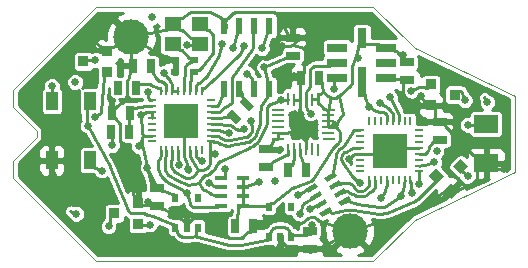
<source format=gtl>
G04 (created by PCBNEW (2013-jul-07)-stable) date Tue 30 Dec 2014 02:21:33 PM EST*
%MOIN*%
G04 Gerber Fmt 3.4, Leading zero omitted, Abs format*
%FSLAX34Y34*%
G01*
G70*
G90*
G04 APERTURE LIST*
%ADD10C,0.00590551*%
%ADD11C,0.00393701*%
%ADD12R,0.0433071X0.00984252*%
%ADD13R,0.00984252X0.0433071*%
%ADD14R,0.0409449X0.00984252*%
%ADD15R,0.055X0.047*%
%ADD16R,0.036X0.036*%
%ADD17R,0.02X0.03*%
%ADD18R,0.0236X0.0551*%
%ADD19R,0.08X0.06*%
%ADD20R,0.025X0.045*%
%ADD21R,0.045X0.025*%
%ADD22R,0.01X0.03*%
%ADD23R,0.03X0.01*%
%ADD24R,0.1181X0.1181*%
%ADD25R,0.0393701X0.015748*%
%ADD26R,0.0275591X0.023622*%
%ADD27R,0.065748X0.0314961*%
%ADD28R,0.0314961X0.065748*%
%ADD29R,0.0314961X0.0984252*%
%ADD30C,0.11811*%
%ADD31R,0.0394X0.0591*%
%ADD32C,0.025*%
%ADD33C,0.009*%
%ADD34C,0.01*%
G04 APERTURE END LIST*
G54D10*
G54D11*
X55118Y-14960D02*
X45866Y-14960D01*
X55118Y-23425D02*
X45866Y-23425D01*
X56496Y-16338D02*
X59842Y-17913D01*
X55118Y-14960D02*
X56496Y-16338D01*
X56496Y-22047D02*
X59842Y-20472D01*
X55118Y-23425D02*
X56496Y-22047D01*
X45866Y-14960D02*
X43110Y-17716D01*
X45866Y-23425D02*
X43110Y-20669D01*
X59842Y-20275D02*
X59842Y-20472D01*
X59842Y-17913D02*
X59842Y-20275D01*
X43897Y-19291D02*
X43897Y-19094D01*
X43110Y-20078D02*
X43897Y-19291D01*
X43110Y-20669D02*
X43110Y-20078D01*
X43110Y-17716D02*
X43110Y-18307D01*
X43897Y-19094D02*
X43110Y-18307D01*
G54D12*
X51932Y-18376D03*
X51952Y-18573D03*
X51952Y-18770D03*
X51952Y-18967D03*
X51952Y-19163D03*
X51932Y-19360D03*
G54D13*
X52287Y-19715D03*
X52483Y-19695D03*
X52680Y-19695D03*
X52877Y-19695D03*
X53074Y-19695D03*
X53271Y-19715D03*
G54D14*
X53625Y-19360D03*
G54D12*
X53605Y-19163D03*
X53605Y-18967D03*
X53605Y-18770D03*
X53605Y-18573D03*
X53625Y-18376D03*
G54D13*
X53271Y-18022D03*
X53074Y-18041D03*
X52877Y-18041D03*
X52680Y-18041D03*
X52483Y-18041D03*
X52287Y-18022D03*
G54D15*
X49331Y-16195D03*
X49331Y-15525D03*
X48431Y-15525D03*
X48431Y-16195D03*
G54D16*
X57037Y-18237D03*
X57037Y-17537D03*
X57837Y-17887D03*
X46248Y-16416D03*
X46248Y-17116D03*
X45448Y-16766D03*
G54D10*
G36*
X57966Y-21088D02*
X57711Y-21342D01*
X57457Y-21088D01*
X57711Y-20833D01*
X57966Y-21088D01*
X57966Y-21088D01*
G37*
G36*
X57471Y-20593D02*
X57216Y-20847D01*
X56962Y-20593D01*
X57216Y-20338D01*
X57471Y-20593D01*
X57471Y-20593D01*
G37*
G36*
X58284Y-20274D02*
X58029Y-20529D01*
X57775Y-20274D01*
X58029Y-20020D01*
X58284Y-20274D01*
X58284Y-20274D01*
G37*
G54D16*
X47272Y-21485D03*
X47272Y-22185D03*
X46472Y-21835D03*
G54D17*
X51630Y-22608D03*
X52380Y-22608D03*
X51630Y-21608D03*
X52005Y-22608D03*
X52380Y-21608D03*
X48514Y-22309D03*
X49264Y-22309D03*
X48514Y-21309D03*
X48889Y-22309D03*
X49264Y-21309D03*
G54D18*
X51645Y-17693D03*
X51645Y-15593D03*
X51145Y-17693D03*
X50645Y-17693D03*
X50145Y-17693D03*
X51145Y-15593D03*
X50645Y-15593D03*
X50145Y-15593D03*
G54D19*
X58872Y-18859D03*
X58872Y-20159D03*
G54D10*
G36*
X50547Y-18865D02*
X50229Y-18546D01*
X50406Y-18370D01*
X50724Y-18688D01*
X50547Y-18865D01*
X50547Y-18865D01*
G37*
G36*
X50971Y-18440D02*
X50653Y-18122D01*
X50830Y-17945D01*
X51148Y-18264D01*
X50971Y-18440D01*
X50971Y-18440D01*
G37*
G54D20*
X47699Y-16918D03*
X47099Y-16918D03*
X52856Y-20400D03*
X52256Y-20400D03*
G54D21*
X56236Y-16800D03*
X56236Y-17400D03*
X51539Y-20305D03*
X51539Y-19705D03*
G54D20*
X47210Y-17642D03*
X46610Y-17642D03*
X51107Y-22273D03*
X50507Y-22273D03*
G54D21*
X57329Y-19388D03*
X57329Y-18788D03*
G54D20*
X53312Y-17319D03*
X52712Y-17319D03*
X46992Y-18489D03*
X46392Y-18489D03*
G54D21*
X47890Y-21006D03*
X47890Y-21606D03*
X53001Y-22416D03*
X53001Y-23016D03*
G54D20*
X46977Y-19138D03*
X46377Y-19138D03*
G54D22*
X48218Y-17766D03*
X48415Y-17766D03*
X48612Y-17766D03*
X48021Y-17766D03*
G54D23*
X47726Y-18061D03*
X47726Y-18258D03*
X47726Y-18455D03*
X47726Y-18652D03*
X47726Y-18848D03*
X47726Y-19045D03*
X47726Y-19242D03*
X47726Y-19439D03*
G54D22*
X49399Y-19734D03*
X48021Y-19734D03*
X48218Y-19734D03*
X48415Y-19734D03*
X48612Y-19734D03*
X48808Y-19734D03*
X49005Y-19734D03*
X49202Y-19734D03*
G54D23*
X49694Y-19439D03*
X49694Y-19242D03*
X49694Y-19045D03*
X49694Y-18848D03*
X49694Y-18652D03*
X49694Y-18455D03*
X49694Y-18258D03*
X49694Y-18061D03*
G54D22*
X49399Y-17766D03*
X49202Y-17766D03*
X49005Y-17766D03*
X48808Y-17766D03*
G54D24*
X48710Y-18750D03*
G54D22*
X55173Y-18767D03*
X55370Y-18767D03*
X55567Y-18767D03*
X54976Y-18767D03*
G54D23*
X54681Y-19062D03*
X54681Y-19259D03*
X54681Y-19456D03*
X54681Y-19653D03*
X54681Y-19849D03*
X54681Y-20046D03*
X54681Y-20243D03*
X54681Y-20440D03*
G54D22*
X56354Y-20735D03*
X54976Y-20735D03*
X55173Y-20735D03*
X55370Y-20735D03*
X55567Y-20735D03*
X55763Y-20735D03*
X55960Y-20735D03*
X56157Y-20735D03*
G54D23*
X56649Y-20440D03*
X56649Y-20243D03*
X56649Y-20046D03*
X56649Y-19849D03*
X56649Y-19653D03*
X56649Y-19456D03*
X56649Y-19259D03*
X56649Y-19062D03*
G54D22*
X56354Y-18767D03*
X56157Y-18767D03*
X55960Y-18767D03*
X55763Y-18767D03*
G54D24*
X55665Y-19751D03*
G54D10*
G36*
X54369Y-21410D02*
X54028Y-21607D01*
X53949Y-21471D01*
X54290Y-21274D01*
X54369Y-21410D01*
X54369Y-21410D01*
G37*
G36*
X54212Y-21138D02*
X53871Y-21334D01*
X53792Y-21198D01*
X54133Y-21001D01*
X54212Y-21138D01*
X54212Y-21138D01*
G37*
G36*
X54054Y-20865D02*
X53713Y-21062D01*
X53634Y-20925D01*
X53975Y-20728D01*
X54054Y-20865D01*
X54054Y-20865D01*
G37*
G36*
X53897Y-20592D02*
X53556Y-20789D01*
X53477Y-20652D01*
X53818Y-20456D01*
X53897Y-20592D01*
X53897Y-20592D01*
G37*
G36*
X53262Y-20958D02*
X52921Y-21155D01*
X52843Y-21019D01*
X53184Y-20822D01*
X53262Y-20958D01*
X53262Y-20958D01*
G37*
G36*
X53420Y-21231D02*
X53079Y-21428D01*
X53000Y-21291D01*
X53341Y-21095D01*
X53420Y-21231D01*
X53420Y-21231D01*
G37*
G36*
X53577Y-21504D02*
X53236Y-21701D01*
X53158Y-21564D01*
X53499Y-21367D01*
X53577Y-21504D01*
X53577Y-21504D01*
G37*
G36*
X53735Y-21776D02*
X53394Y-21973D01*
X53315Y-21837D01*
X53656Y-21640D01*
X53735Y-21776D01*
X53735Y-21776D01*
G37*
G54D25*
X50028Y-20643D03*
X50028Y-20958D03*
X50028Y-21273D03*
X50028Y-21588D03*
X50760Y-21588D03*
X50760Y-21273D03*
X50760Y-20958D03*
X50760Y-20643D03*
G54D26*
X48509Y-16731D03*
X49139Y-16731D03*
X48509Y-17125D03*
X49139Y-17125D03*
G54D27*
X55540Y-17312D03*
X55540Y-16812D03*
X55540Y-16312D03*
G54D28*
X54727Y-15986D03*
G54D27*
X53914Y-16312D03*
X53914Y-16812D03*
X53914Y-17312D03*
G54D29*
X54727Y-17466D03*
G54D30*
X47047Y-15944D03*
X54330Y-22440D03*
G54D21*
X52429Y-16575D03*
X52429Y-15975D03*
G54D31*
X45660Y-18102D03*
X44400Y-18102D03*
X44400Y-20070D03*
X45660Y-20070D03*
G54D32*
X51830Y-20757D03*
X49822Y-19852D03*
X47303Y-19606D03*
X47584Y-20315D03*
X47588Y-17802D03*
X47369Y-18558D03*
X48123Y-17156D03*
X51471Y-16969D03*
X53312Y-17319D03*
X56102Y-16555D03*
X54616Y-16653D03*
X53828Y-18887D03*
X51309Y-20797D03*
X45206Y-21850D03*
X47726Y-15295D03*
X45177Y-17460D03*
X58917Y-18139D03*
X58262Y-18887D03*
X45603Y-18919D03*
X53076Y-22221D03*
X57138Y-20132D03*
X54687Y-20826D03*
X48238Y-16702D03*
X48917Y-16220D03*
X48740Y-18316D03*
X52007Y-22962D03*
X51358Y-22175D03*
X52480Y-17263D03*
X45679Y-15954D03*
X52401Y-18543D03*
X46407Y-18100D03*
X44438Y-20541D03*
X47588Y-21466D03*
X55561Y-20157D03*
X53382Y-15731D03*
X52083Y-16272D03*
X48750Y-19094D03*
X49124Y-18690D03*
X48297Y-18671D03*
X56704Y-17913D03*
X54307Y-20015D03*
X59482Y-20367D03*
X48947Y-20372D03*
X50164Y-20356D03*
X49393Y-20101D03*
X56025Y-21256D03*
X57223Y-19767D03*
X56645Y-20850D03*
X56399Y-21141D03*
X45838Y-16720D03*
X58169Y-18070D03*
X58259Y-20596D03*
X46288Y-22274D03*
X44398Y-17597D03*
X56373Y-17758D03*
X52670Y-21869D03*
X45844Y-18633D03*
X52989Y-21700D03*
X47662Y-22212D03*
X52598Y-21234D03*
X46398Y-19573D03*
X50911Y-17189D03*
X51052Y-18760D03*
X50434Y-16335D03*
X50290Y-19149D03*
X51398Y-16334D03*
X50797Y-19036D03*
X53028Y-18510D03*
X55332Y-18148D03*
X48909Y-21167D03*
X52027Y-18074D03*
X53796Y-17680D03*
X55667Y-17968D03*
X50804Y-16243D03*
X50076Y-16201D03*
X55365Y-21333D03*
X46062Y-20409D03*
X49626Y-20834D03*
X54980Y-18294D03*
X48634Y-20219D03*
G54D33*
X51830Y-20757D02*
X51830Y-20748D01*
X49674Y-19901D02*
X49822Y-19852D01*
X47446Y-19248D02*
X47303Y-19606D01*
X47890Y-21006D02*
X47584Y-20315D01*
X47584Y-20315D02*
X47584Y-20315D01*
X49674Y-19444D02*
X49694Y-19439D01*
X49674Y-19489D02*
X49674Y-19444D01*
X49674Y-20101D02*
X49674Y-19901D01*
X49674Y-19901D02*
X49674Y-19489D01*
X49674Y-20156D02*
X49674Y-20101D01*
X49632Y-20258D02*
X49674Y-20156D01*
X49555Y-20337D02*
X49632Y-20258D01*
X49453Y-20381D02*
X49555Y-20337D01*
X49398Y-20382D02*
X49453Y-20381D01*
X49258Y-20384D02*
X49398Y-20382D01*
X49799Y-19444D02*
X49694Y-19439D01*
X49844Y-19444D02*
X49799Y-19444D01*
X49850Y-19444D02*
X49844Y-19444D01*
X49860Y-19447D02*
X49850Y-19444D01*
X49865Y-19449D02*
X49860Y-19447D01*
X49865Y-19449D02*
X49865Y-19449D01*
X49968Y-19496D02*
X50004Y-19508D01*
X49898Y-19467D02*
X49968Y-19496D01*
X49865Y-19449D02*
X49898Y-19467D01*
X50155Y-19558D02*
X50004Y-19508D01*
X50317Y-19582D02*
X50371Y-19572D01*
X50207Y-19575D02*
X50317Y-19582D01*
X50155Y-19558D02*
X50207Y-19575D01*
X50743Y-19500D02*
X50371Y-19572D01*
X50743Y-19500D02*
X50775Y-19493D01*
X50903Y-19460D02*
X50775Y-19493D01*
X51188Y-19240D02*
X51207Y-19190D01*
X51128Y-19327D02*
X51188Y-19240D01*
X51048Y-19398D02*
X51128Y-19327D01*
X50955Y-19447D02*
X51048Y-19398D01*
X50903Y-19460D02*
X50955Y-19447D01*
X51329Y-18864D02*
X51207Y-19190D01*
X51349Y-18782D02*
X51348Y-18753D01*
X51339Y-18838D02*
X51349Y-18782D01*
X51329Y-18864D02*
X51339Y-18838D01*
X51345Y-18632D02*
X51348Y-18753D01*
X51345Y-18622D02*
X51345Y-18632D01*
X51345Y-18612D02*
X51345Y-18622D01*
X51346Y-18595D02*
X51345Y-18612D01*
X51349Y-18517D02*
X51346Y-18595D01*
X51349Y-18508D02*
X51349Y-18517D01*
X51351Y-18490D02*
X51349Y-18508D01*
X51352Y-18480D02*
X51351Y-18490D01*
X51375Y-18323D02*
X51352Y-18480D01*
X51375Y-18323D02*
X51375Y-18317D01*
X51377Y-18303D02*
X51375Y-18317D01*
X51381Y-18261D02*
X51377Y-18303D01*
X51409Y-18182D02*
X51381Y-18261D01*
X51433Y-18147D02*
X51409Y-18182D01*
X51572Y-17941D02*
X51433Y-18147D01*
X51580Y-17922D02*
X51580Y-17915D01*
X51576Y-17935D02*
X51580Y-17922D01*
X51572Y-17941D02*
X51576Y-17935D01*
X51580Y-17870D02*
X51580Y-17915D01*
X51653Y-17640D02*
X51580Y-17870D01*
X49203Y-20497D02*
X49258Y-20384D01*
X49177Y-20550D02*
X49203Y-20497D01*
X49087Y-20627D02*
X49177Y-20550D01*
X48973Y-20662D02*
X49087Y-20627D01*
X48855Y-20648D02*
X48973Y-20662D01*
X48803Y-20618D02*
X48855Y-20648D01*
X48513Y-20449D02*
X48803Y-20618D01*
X48513Y-20449D02*
X48506Y-20445D01*
X48438Y-20406D02*
X48506Y-20445D01*
X48367Y-20265D02*
X48438Y-20406D01*
X48376Y-20188D02*
X48367Y-20265D01*
X48407Y-19937D02*
X48376Y-20188D01*
X48410Y-19898D02*
X48410Y-19884D01*
X48408Y-19924D02*
X48410Y-19898D01*
X48407Y-19937D02*
X48408Y-19924D01*
X48410Y-19839D02*
X48410Y-19884D01*
X48415Y-19734D02*
X48410Y-19839D01*
X52186Y-16659D02*
X51471Y-16969D01*
X52190Y-16657D02*
X52186Y-16659D01*
X52199Y-16655D02*
X52190Y-16657D01*
X52204Y-16655D02*
X52199Y-16655D01*
X52249Y-16655D02*
X52204Y-16655D01*
X52429Y-16575D02*
X52249Y-16655D01*
X47445Y-19247D02*
X47446Y-19248D01*
X47442Y-19238D02*
X47445Y-19247D01*
X47413Y-19151D02*
X47442Y-19238D01*
X47409Y-19140D02*
X47413Y-19151D01*
X47405Y-19118D02*
X47409Y-19140D01*
X47404Y-19107D02*
X47405Y-19118D01*
X47369Y-18558D02*
X47404Y-19107D01*
X48242Y-17303D02*
X48123Y-17156D01*
X48242Y-17303D02*
X48245Y-17306D01*
X48325Y-17399D02*
X48245Y-17306D01*
X48346Y-17424D02*
X48325Y-17399D01*
X48378Y-17481D02*
X48346Y-17424D01*
X48389Y-17512D02*
X48378Y-17481D01*
X48398Y-17541D02*
X48389Y-17512D01*
X48404Y-17559D02*
X48398Y-17541D01*
X48410Y-17597D02*
X48404Y-17559D01*
X48410Y-17616D02*
X48410Y-17597D01*
X48410Y-17661D02*
X48410Y-17616D01*
X48415Y-17766D02*
X48410Y-17661D01*
X47710Y-20926D02*
X47890Y-21006D01*
X47710Y-20881D02*
X47710Y-20926D01*
X47710Y-20874D02*
X47709Y-20871D01*
X47710Y-20879D02*
X47710Y-20874D01*
X47710Y-20881D02*
X47710Y-20879D01*
X47408Y-19527D02*
X47709Y-20871D01*
X47406Y-19518D02*
X47408Y-19527D01*
X47404Y-19499D02*
X47406Y-19518D01*
X47404Y-19489D02*
X47404Y-19499D01*
X47404Y-19389D02*
X47404Y-19489D01*
X47404Y-19374D02*
X47404Y-19389D01*
X47409Y-19342D02*
X47404Y-19374D01*
X47415Y-19327D02*
X47409Y-19342D01*
X47446Y-19248D02*
X47415Y-19327D01*
X49010Y-19839D02*
X49005Y-19734D01*
X49010Y-19884D02*
X49010Y-19839D01*
X49019Y-19952D02*
X49027Y-19974D01*
X49010Y-19907D02*
X49019Y-19952D01*
X49010Y-19884D02*
X49010Y-19907D01*
X49040Y-20007D02*
X49027Y-19974D01*
X49056Y-20041D02*
X49062Y-20052D01*
X49045Y-20019D02*
X49056Y-20041D01*
X49040Y-20007D02*
X49045Y-20019D01*
X49168Y-20233D02*
X49062Y-20052D01*
X49168Y-20233D02*
X49170Y-20236D01*
X49170Y-20236D02*
X49170Y-20236D01*
X49171Y-20238D02*
X49170Y-20236D01*
X49258Y-20384D02*
X49171Y-20238D01*
X48459Y-21204D02*
X48514Y-21309D01*
X48414Y-21204D02*
X48459Y-21204D01*
X48410Y-21204D02*
X48414Y-21204D01*
X48401Y-21203D02*
X48410Y-21204D01*
X48397Y-21201D02*
X48401Y-21203D01*
X48133Y-21090D02*
X48397Y-21201D01*
X48120Y-21086D02*
X48115Y-21086D01*
X48129Y-21088D02*
X48120Y-21086D01*
X48133Y-21090D02*
X48129Y-21088D01*
X48070Y-21086D02*
X48115Y-21086D01*
X47890Y-21006D02*
X48070Y-21086D01*
X47726Y-18647D02*
X47726Y-18652D01*
X47726Y-18602D02*
X47726Y-18647D01*
X47726Y-18505D02*
X47726Y-18602D01*
X47726Y-18460D02*
X47726Y-18505D01*
X47726Y-18455D02*
X47726Y-18460D01*
X47621Y-18460D02*
X47726Y-18455D01*
X47576Y-18460D02*
X47621Y-18460D01*
X47522Y-18470D02*
X47505Y-18479D01*
X47557Y-18460D02*
X47522Y-18470D01*
X47576Y-18460D02*
X47557Y-18460D01*
X47369Y-18558D02*
X47505Y-18479D01*
X47576Y-19247D02*
X47446Y-19248D01*
X47576Y-19247D02*
X47576Y-19247D01*
X47621Y-19247D02*
X47576Y-19247D01*
X47726Y-19242D02*
X47621Y-19247D01*
X51578Y-17352D02*
X51471Y-16969D01*
X51579Y-17355D02*
X51578Y-17352D01*
X51580Y-17361D02*
X51579Y-17355D01*
X51580Y-17364D02*
X51580Y-17361D01*
X51580Y-17409D02*
X51580Y-17364D01*
X51653Y-17640D02*
X51580Y-17409D01*
X47620Y-18004D02*
X47588Y-17802D01*
X47621Y-18006D02*
X47620Y-18004D01*
X47621Y-18010D02*
X47621Y-18006D01*
X47621Y-18011D02*
X47621Y-18010D01*
X47621Y-18056D02*
X47621Y-18011D01*
X47726Y-18061D02*
X47621Y-18056D01*
X48420Y-17766D02*
X48415Y-17766D01*
X48465Y-17766D02*
X48420Y-17766D01*
X48562Y-17766D02*
X48465Y-17766D01*
X48607Y-17766D02*
X48562Y-17766D01*
X48612Y-17766D02*
X48607Y-17766D01*
X53449Y-17791D02*
X53449Y-17790D01*
X53312Y-17319D02*
X53392Y-17499D01*
X53392Y-17499D02*
X53392Y-17544D01*
X53392Y-17544D02*
X53392Y-17547D01*
X53392Y-17547D02*
X53393Y-17552D01*
X53393Y-17552D02*
X53393Y-17555D01*
X53393Y-17555D02*
X53446Y-17775D01*
X53449Y-17790D02*
X53449Y-17786D01*
X53449Y-17786D02*
X53447Y-17778D01*
X53447Y-17778D02*
X53446Y-17775D01*
X56236Y-16800D02*
X56102Y-16555D01*
X53828Y-18887D02*
X54094Y-18533D01*
X54094Y-18533D02*
X53975Y-17918D01*
X53625Y-18376D02*
X53678Y-17955D01*
X54496Y-16679D02*
X54616Y-16653D01*
X53605Y-18967D02*
X53828Y-18887D01*
X50760Y-20958D02*
X51309Y-20797D01*
X51730Y-21503D02*
X51738Y-21503D01*
X51685Y-21503D02*
X51730Y-21503D01*
X51630Y-21608D02*
X51685Y-21503D01*
X50912Y-21598D02*
X50760Y-21588D01*
X50957Y-21598D02*
X50912Y-21598D01*
X51530Y-21598D02*
X50957Y-21598D01*
X51575Y-21598D02*
X51530Y-21598D01*
X51630Y-21608D02*
X51575Y-21598D01*
X55824Y-16425D02*
X55540Y-16312D01*
X55869Y-16425D02*
X55824Y-16425D01*
X55879Y-16425D02*
X55869Y-16425D01*
X55898Y-16434D02*
X55879Y-16425D01*
X55904Y-16442D02*
X55898Y-16434D01*
X56060Y-16636D02*
X55904Y-16442D01*
X56067Y-16644D02*
X56060Y-16636D01*
X56074Y-16665D02*
X56067Y-16644D01*
X56074Y-16675D02*
X56074Y-16665D01*
X56074Y-16720D02*
X56074Y-16675D01*
X56236Y-16800D02*
X56074Y-16720D01*
X50760Y-21307D02*
X50760Y-21273D01*
X50760Y-21352D02*
X50760Y-21307D01*
X50760Y-21510D02*
X50760Y-21352D01*
X50760Y-21555D02*
X50760Y-21510D01*
X50760Y-21588D02*
X50760Y-21555D01*
X54840Y-16200D02*
X54727Y-15986D01*
X54885Y-16200D02*
X54840Y-16200D01*
X55212Y-16200D02*
X54885Y-16200D01*
X55257Y-16200D02*
X55212Y-16200D01*
X55540Y-16312D02*
X55257Y-16200D01*
X50760Y-20677D02*
X50760Y-20643D01*
X50760Y-20722D02*
X50760Y-20677D01*
X50760Y-20880D02*
X50760Y-20722D01*
X50760Y-20925D02*
X50760Y-20880D01*
X50760Y-20958D02*
X50760Y-20925D01*
X53449Y-17791D02*
X53340Y-17845D01*
X53617Y-17917D02*
X53449Y-17791D01*
X53617Y-17917D02*
X53657Y-17948D01*
X53657Y-17948D02*
X53678Y-17955D01*
X53952Y-17938D02*
X53975Y-17918D01*
X53857Y-17976D02*
X53952Y-17938D01*
X53755Y-17979D02*
X53857Y-17976D01*
X53678Y-17955D02*
X53755Y-17979D01*
X53975Y-17918D02*
X53991Y-17905D01*
X54350Y-17593D02*
X53991Y-17905D01*
X54407Y-17503D02*
X54406Y-17467D01*
X54378Y-17570D02*
X54407Y-17503D01*
X54350Y-17593D02*
X54378Y-17570D01*
X54406Y-17451D02*
X54406Y-17467D01*
X54406Y-17444D02*
X54406Y-17451D01*
X54406Y-17428D02*
X54406Y-17444D01*
X54406Y-17425D02*
X54406Y-17428D01*
X54406Y-17200D02*
X54406Y-17425D01*
X54406Y-17197D02*
X54406Y-17200D01*
X54406Y-17181D02*
X54406Y-17197D01*
X54406Y-17174D02*
X54406Y-17181D01*
X54406Y-17158D02*
X54406Y-17174D01*
X54406Y-17146D02*
X54406Y-17142D01*
X54406Y-17154D02*
X54406Y-17146D01*
X54406Y-17158D02*
X54406Y-17154D01*
X54401Y-17076D02*
X54406Y-17142D01*
X54400Y-17069D02*
X54401Y-17076D01*
X54400Y-17055D02*
X54400Y-17069D01*
X54401Y-17049D02*
X54400Y-17055D01*
X54406Y-16983D02*
X54401Y-17049D01*
X54406Y-16983D02*
X54406Y-16972D01*
X54406Y-16972D02*
X54406Y-16972D01*
X54407Y-16959D02*
X54406Y-16972D01*
X54411Y-16934D02*
X54407Y-16959D01*
X54415Y-16922D02*
X54411Y-16934D01*
X54496Y-16679D02*
X54415Y-16922D01*
X54612Y-16329D02*
X54496Y-16679D01*
X54615Y-16318D02*
X54615Y-16314D01*
X54614Y-16325D02*
X54615Y-16318D01*
X54612Y-16329D02*
X54614Y-16325D01*
X54615Y-16269D02*
X54615Y-16314D01*
X54727Y-15986D02*
X54615Y-16269D01*
X50608Y-21622D02*
X50760Y-21588D01*
X50608Y-21667D02*
X50608Y-21622D01*
X50608Y-21670D02*
X50608Y-21667D01*
X50587Y-22045D02*
X50608Y-21670D01*
X50587Y-22048D02*
X50587Y-22045D01*
X50587Y-22093D02*
X50587Y-22048D01*
X50507Y-22273D02*
X50587Y-22093D01*
X50760Y-20992D02*
X50760Y-20958D01*
X50760Y-21037D02*
X50760Y-20992D01*
X50760Y-21195D02*
X50760Y-21037D01*
X50760Y-21240D02*
X50760Y-21195D01*
X50760Y-21273D02*
X50760Y-21240D01*
X53615Y-18569D02*
X53605Y-18573D01*
X53615Y-18524D02*
X53615Y-18569D01*
X53615Y-18425D02*
X53615Y-18524D01*
X53615Y-18380D02*
X53615Y-18425D01*
X53625Y-18376D02*
X53615Y-18380D01*
X53454Y-18372D02*
X53625Y-18376D01*
X53454Y-18327D02*
X53454Y-18372D01*
X53445Y-18299D02*
X53438Y-18292D01*
X53454Y-18317D02*
X53445Y-18299D01*
X53454Y-18327D02*
X53454Y-18317D01*
X53320Y-18193D02*
X53438Y-18292D01*
X53275Y-18193D02*
X53320Y-18193D01*
X53271Y-18022D02*
X53275Y-18193D01*
X53275Y-17850D02*
X53271Y-18022D01*
X53320Y-17850D02*
X53275Y-17850D01*
X53335Y-17848D02*
X53340Y-17845D01*
X53325Y-17850D02*
X53335Y-17848D01*
X53320Y-17850D02*
X53325Y-17850D01*
X53267Y-18032D02*
X53271Y-18022D01*
X53222Y-18032D02*
X53267Y-18032D01*
X53123Y-18032D02*
X53222Y-18032D01*
X53078Y-18032D02*
X53123Y-18032D01*
X53074Y-18041D02*
X53078Y-18032D01*
X53605Y-18766D02*
X53605Y-18770D01*
X53605Y-18721D02*
X53605Y-18766D01*
X53605Y-18622D02*
X53605Y-18721D01*
X53605Y-18577D02*
X53605Y-18622D01*
X53605Y-18573D02*
X53605Y-18577D01*
X53605Y-18774D02*
X53605Y-18770D01*
X53605Y-18819D02*
X53605Y-18774D01*
X53605Y-18917D02*
X53605Y-18819D01*
X53777Y-18971D02*
X53605Y-18967D01*
X53822Y-18971D02*
X53777Y-18971D01*
X53862Y-18971D02*
X53822Y-18971D01*
X53932Y-19010D02*
X53862Y-18971D01*
X53953Y-19044D02*
X53932Y-19010D01*
X53969Y-19071D02*
X53953Y-19044D01*
X53980Y-19089D02*
X53969Y-19071D01*
X53993Y-19130D02*
X53980Y-19089D01*
X53994Y-19152D02*
X53993Y-19130D01*
X54002Y-19302D02*
X53994Y-19152D01*
X54002Y-19311D02*
X54002Y-19302D01*
X54002Y-19358D02*
X54002Y-19311D01*
X54002Y-19387D02*
X54002Y-19358D01*
X53984Y-19441D02*
X54002Y-19387D01*
X53966Y-19464D02*
X53984Y-19441D01*
X53946Y-19490D02*
X53966Y-19464D01*
X53940Y-19497D02*
X53946Y-19490D01*
X53927Y-19510D02*
X53940Y-19497D01*
X53920Y-19516D02*
X53927Y-19510D01*
X53920Y-19516D02*
X53920Y-19516D01*
X53809Y-19623D02*
X53780Y-19666D01*
X53879Y-19548D02*
X53809Y-19623D01*
X53920Y-19516D02*
X53879Y-19548D01*
X53094Y-20700D02*
X53780Y-19666D01*
X53082Y-20718D02*
X53094Y-20700D01*
X53049Y-20745D02*
X53082Y-20718D01*
X53029Y-20752D02*
X53049Y-20745D01*
X52492Y-20955D02*
X53029Y-20752D01*
X52436Y-20983D02*
X52419Y-20996D01*
X52472Y-20963D02*
X52436Y-20983D01*
X52492Y-20955D02*
X52472Y-20963D01*
X51757Y-21494D02*
X52419Y-20996D01*
X51752Y-21498D02*
X51757Y-21494D01*
X51738Y-21503D02*
X51752Y-21498D01*
X53605Y-18962D02*
X53605Y-18917D01*
X53605Y-18967D02*
X53605Y-18962D01*
X45206Y-21850D02*
X45019Y-21751D01*
X47726Y-15295D02*
X47687Y-15295D01*
X45177Y-17460D02*
X45196Y-17440D01*
X58917Y-18139D02*
X58809Y-17972D01*
X52325Y-22503D02*
X52380Y-22608D01*
X52325Y-22458D02*
X52325Y-22503D01*
X52319Y-22433D02*
X52313Y-22427D01*
X52325Y-22449D02*
X52319Y-22433D01*
X52325Y-22458D02*
X52325Y-22449D01*
X52231Y-22340D02*
X52313Y-22427D01*
X52141Y-22285D02*
X52105Y-22285D01*
X52207Y-22314D02*
X52141Y-22285D01*
X52231Y-22340D02*
X52207Y-22314D01*
X51905Y-22285D02*
X52105Y-22285D01*
X51804Y-22314D02*
X51780Y-22340D01*
X51870Y-22285D02*
X51804Y-22314D01*
X51905Y-22285D02*
X51870Y-22285D01*
X51698Y-22427D02*
X51780Y-22340D01*
X51685Y-22449D02*
X51685Y-22458D01*
X51692Y-22433D02*
X51685Y-22449D01*
X51698Y-22427D02*
X51692Y-22433D01*
X51685Y-22503D02*
X51685Y-22458D01*
X51630Y-22608D02*
X51685Y-22503D01*
X46325Y-20268D02*
X45603Y-18919D01*
X46328Y-20275D02*
X46325Y-20268D01*
X46334Y-20288D02*
X46328Y-20275D01*
X46337Y-20294D02*
X46334Y-20288D01*
X46935Y-21731D02*
X46337Y-20294D01*
X47040Y-21835D02*
X47092Y-21835D01*
X46955Y-21778D02*
X47040Y-21835D01*
X46935Y-21731D02*
X46955Y-21778D01*
X47452Y-21835D02*
X47092Y-21835D01*
X47473Y-21835D02*
X47452Y-21835D01*
X47515Y-21846D02*
X47473Y-21835D01*
X47533Y-21856D02*
X47515Y-21846D01*
X47583Y-21883D02*
X47533Y-21856D01*
X47617Y-21897D02*
X47628Y-21900D01*
X47594Y-21889D02*
X47617Y-21897D01*
X47583Y-21883D02*
X47594Y-21889D01*
X47726Y-21921D02*
X47628Y-21900D01*
X47739Y-21924D02*
X47726Y-21921D01*
X47766Y-21933D02*
X47739Y-21924D01*
X47779Y-21938D02*
X47766Y-21933D01*
X48397Y-22201D02*
X47779Y-21938D01*
X48410Y-22204D02*
X48414Y-22204D01*
X48401Y-22203D02*
X48410Y-22204D01*
X48397Y-22201D02*
X48401Y-22203D01*
X48459Y-22204D02*
X48414Y-22204D01*
X48514Y-22309D02*
X48459Y-22204D01*
X54573Y-20726D02*
X54687Y-20826D01*
X54509Y-20677D02*
X54485Y-20663D01*
X54553Y-20709D02*
X54509Y-20677D01*
X54573Y-20726D02*
X54553Y-20709D01*
X54445Y-20640D02*
X54485Y-20663D01*
X54428Y-20631D02*
X54445Y-20640D01*
X54401Y-20605D02*
X54428Y-20631D01*
X54390Y-20590D02*
X54401Y-20605D01*
X54092Y-20168D02*
X54390Y-20590D01*
X54058Y-20120D02*
X54092Y-20168D01*
X54037Y-20003D02*
X54058Y-20120D01*
X54068Y-19889D02*
X54037Y-20003D01*
X54145Y-19799D02*
X54068Y-19889D01*
X54198Y-19775D02*
X54145Y-19799D01*
X54387Y-19689D02*
X54198Y-19775D01*
X54421Y-19674D02*
X54387Y-19689D01*
X54494Y-19658D02*
X54421Y-19674D01*
X54531Y-19658D02*
X54494Y-19658D01*
X54576Y-19658D02*
X54531Y-19658D01*
X54681Y-19653D02*
X54576Y-19658D01*
X58472Y-18887D02*
X58262Y-18887D01*
X58517Y-18887D02*
X58472Y-18887D01*
X58872Y-18859D02*
X58517Y-18887D01*
X53076Y-22406D02*
X53076Y-22221D01*
X53076Y-22451D02*
X53076Y-22406D01*
X53004Y-22531D02*
X53076Y-22451D01*
X49209Y-22463D02*
X49199Y-22589D01*
X49209Y-22459D02*
X49209Y-22463D01*
X49209Y-22414D02*
X49209Y-22459D01*
X49264Y-22309D02*
X49209Y-22414D01*
X52824Y-22570D02*
X53004Y-22531D01*
X52779Y-22570D02*
X52824Y-22570D01*
X52480Y-22570D02*
X52779Y-22570D01*
X52435Y-22570D02*
X52480Y-22570D01*
X52380Y-22608D02*
X52435Y-22570D01*
X49194Y-22590D02*
X49199Y-22589D01*
X49027Y-22628D02*
X49194Y-22590D01*
X49018Y-22630D02*
X49027Y-22628D01*
X48999Y-22632D02*
X49018Y-22630D01*
X48989Y-22632D02*
X48999Y-22632D01*
X48789Y-22632D02*
X48989Y-22632D01*
X48754Y-22632D02*
X48789Y-22632D01*
X48688Y-22604D02*
X48754Y-22632D01*
X48664Y-22578D02*
X48688Y-22604D01*
X48582Y-22490D02*
X48664Y-22578D01*
X48576Y-22484D02*
X48582Y-22490D01*
X48569Y-22468D02*
X48576Y-22484D01*
X48569Y-22459D02*
X48569Y-22468D01*
X48569Y-22414D02*
X48569Y-22459D01*
X48514Y-22309D02*
X48569Y-22414D01*
X45562Y-18681D02*
X45603Y-18919D01*
X45560Y-18670D02*
X45562Y-18681D01*
X45557Y-18645D02*
X45560Y-18670D01*
X45557Y-18633D02*
X45557Y-18645D01*
X45557Y-18398D02*
X45557Y-18633D01*
X45557Y-18353D02*
X45557Y-18398D01*
X45660Y-18102D02*
X45557Y-18353D01*
X56754Y-20238D02*
X56649Y-20243D01*
X56799Y-20238D02*
X56754Y-20238D01*
X56836Y-20234D02*
X56848Y-20230D01*
X56811Y-20238D02*
X56836Y-20234D01*
X56799Y-20238D02*
X56811Y-20238D01*
X57138Y-20132D02*
X56848Y-20230D01*
X51575Y-22713D02*
X51630Y-22608D01*
X51530Y-22713D02*
X51575Y-22713D01*
X51524Y-22713D02*
X51521Y-22714D01*
X51528Y-22713D02*
X51524Y-22713D01*
X51530Y-22713D02*
X51528Y-22713D01*
X50710Y-22880D02*
X51521Y-22714D01*
X50691Y-22884D02*
X50710Y-22880D01*
X50652Y-22888D02*
X50691Y-22884D01*
X50632Y-22888D02*
X50652Y-22888D01*
X50382Y-22888D02*
X50632Y-22888D01*
X50358Y-22888D02*
X50382Y-22888D01*
X50312Y-22882D02*
X50358Y-22888D01*
X50288Y-22877D02*
X50312Y-22882D01*
X49278Y-22627D02*
X50288Y-22877D01*
X49266Y-22624D02*
X49278Y-22627D01*
X49244Y-22615D02*
X49266Y-22624D01*
X49233Y-22609D02*
X49244Y-22615D01*
X49199Y-22589D02*
X49233Y-22609D01*
X48509Y-16731D02*
X48238Y-16702D01*
X49331Y-16195D02*
X48917Y-16220D01*
X48740Y-18316D02*
X48710Y-18750D01*
X52005Y-22608D02*
X52007Y-22962D01*
X51107Y-22273D02*
X51358Y-22175D01*
X52712Y-17319D02*
X52480Y-17263D01*
X46248Y-16416D02*
X45875Y-16171D01*
X45905Y-15964D02*
X45679Y-15954D01*
X45875Y-16171D02*
X45905Y-15964D01*
X52481Y-19023D02*
X52481Y-19023D01*
X52401Y-18543D02*
X52481Y-19023D01*
X46416Y-18100D02*
X46416Y-18100D01*
X46407Y-18100D02*
X46416Y-18100D01*
X46392Y-18489D02*
X46416Y-18100D01*
X46416Y-18100D02*
X46417Y-18090D01*
X44438Y-20541D02*
X44400Y-20070D01*
X47890Y-21606D02*
X47588Y-21466D01*
X55561Y-20157D02*
X55665Y-19751D01*
X52431Y-16230D02*
X52310Y-16266D01*
X52261Y-16273D02*
X52274Y-16273D01*
X52274Y-16273D02*
X52298Y-16269D01*
X52298Y-16269D02*
X52310Y-16266D01*
X52261Y-16273D02*
X52204Y-16273D01*
X52204Y-16273D02*
X52203Y-16273D01*
X52203Y-16273D02*
X52083Y-16272D01*
X53382Y-15731D02*
X53375Y-15738D01*
X48750Y-19094D02*
X48710Y-18750D01*
X49124Y-18690D02*
X48710Y-18750D01*
X48297Y-18671D02*
X48710Y-18750D01*
X52671Y-18294D02*
X52481Y-19023D01*
X52481Y-19023D02*
X52467Y-19077D01*
X52676Y-18267D02*
X52676Y-18258D01*
X52674Y-18285D02*
X52676Y-18267D01*
X52671Y-18294D02*
X52674Y-18285D01*
X52676Y-18213D02*
X52676Y-18258D01*
X52680Y-18041D02*
X52676Y-18213D01*
X52682Y-17870D02*
X52680Y-18041D01*
X52682Y-17825D02*
X52682Y-17870D01*
X52682Y-17544D02*
X52682Y-17825D01*
X52212Y-19153D02*
X52467Y-19077D01*
X52201Y-19156D02*
X52212Y-19153D01*
X52179Y-19159D02*
X52201Y-19156D01*
X52488Y-18041D02*
X52483Y-18041D01*
X52533Y-18041D02*
X52488Y-18041D01*
X52631Y-18041D02*
X52533Y-18041D01*
X52676Y-18041D02*
X52631Y-18041D01*
X52680Y-18041D02*
X52676Y-18041D01*
X52794Y-19345D02*
X52467Y-19077D01*
X52796Y-19347D02*
X52794Y-19345D01*
X52822Y-19369D02*
X52796Y-19347D01*
X52846Y-19390D02*
X52822Y-19369D01*
X52873Y-19447D02*
X52846Y-19390D01*
X52873Y-19478D02*
X52873Y-19447D01*
X52873Y-19523D02*
X52873Y-19478D01*
X52877Y-19695D02*
X52873Y-19523D01*
X46449Y-16275D02*
X47047Y-15944D01*
X46444Y-16278D02*
X46449Y-16275D01*
X46433Y-16281D02*
X46444Y-16278D01*
X46428Y-16281D02*
X46433Y-16281D01*
X46383Y-16281D02*
X46428Y-16281D01*
X46248Y-16416D02*
X46383Y-16281D01*
X58557Y-20414D02*
X58872Y-20159D01*
X58557Y-20459D02*
X58557Y-20414D01*
X58557Y-20596D02*
X58557Y-20459D01*
X58557Y-20640D02*
X58557Y-20596D01*
X58531Y-20725D02*
X58557Y-20640D01*
X58482Y-20798D02*
X58531Y-20725D01*
X58414Y-20854D02*
X58482Y-20798D01*
X58373Y-20871D02*
X58414Y-20854D01*
X57949Y-21046D02*
X58373Y-20871D01*
X57937Y-21052D02*
X57934Y-21055D01*
X57945Y-21048D02*
X57937Y-21052D01*
X57949Y-21046D02*
X57945Y-21048D01*
X57934Y-21056D02*
X57934Y-21055D01*
X57902Y-21087D02*
X57934Y-21056D01*
X57711Y-21088D02*
X57902Y-21087D01*
X46472Y-18669D02*
X46392Y-18489D01*
X46517Y-18669D02*
X46472Y-18669D01*
X46528Y-18669D02*
X46517Y-18669D01*
X46548Y-18679D02*
X46528Y-18669D01*
X46554Y-18688D02*
X46548Y-18679D01*
X46643Y-18813D02*
X46554Y-18688D01*
X46658Y-18834D02*
X46643Y-18813D01*
X46674Y-18885D02*
X46658Y-18834D01*
X46675Y-18911D02*
X46674Y-18885D01*
X46680Y-19365D02*
X46675Y-18911D01*
X46682Y-19393D02*
X46684Y-19403D01*
X46680Y-19374D02*
X46682Y-19393D01*
X46680Y-19365D02*
X46680Y-19374D01*
X47136Y-21295D02*
X46684Y-19403D01*
X47136Y-21297D02*
X47136Y-21295D01*
X47137Y-21303D02*
X47136Y-21297D01*
X47137Y-21305D02*
X47137Y-21303D01*
X47137Y-21350D02*
X47137Y-21305D01*
X47272Y-21485D02*
X47137Y-21350D01*
X52060Y-22713D02*
X52005Y-22608D01*
X52060Y-22758D02*
X52060Y-22713D01*
X52067Y-22782D02*
X52073Y-22789D01*
X52060Y-22766D02*
X52067Y-22782D01*
X52060Y-22758D02*
X52060Y-22766D01*
X52155Y-22876D02*
X52073Y-22789D01*
X52212Y-22918D02*
X52235Y-22924D01*
X52171Y-22893D02*
X52212Y-22918D01*
X52155Y-22876D02*
X52171Y-22893D01*
X52762Y-23068D02*
X52235Y-22924D01*
X52775Y-23070D02*
X52779Y-23070D01*
X52766Y-23069D02*
X52775Y-23070D01*
X52762Y-23068D02*
X52766Y-23069D01*
X52824Y-23070D02*
X52779Y-23070D01*
X53004Y-23131D02*
X52824Y-23070D01*
X52249Y-15895D02*
X52429Y-15975D01*
X52249Y-15850D02*
X52249Y-15895D01*
X52246Y-15834D02*
X52244Y-15829D01*
X52249Y-15845D02*
X52246Y-15834D01*
X52249Y-15850D02*
X52249Y-15845D01*
X51923Y-15228D02*
X52244Y-15829D01*
X51903Y-15197D02*
X51894Y-15189D01*
X51917Y-15217D02*
X51903Y-15197D01*
X51923Y-15228D02*
X51917Y-15217D01*
X51871Y-15166D02*
X51894Y-15189D01*
X51799Y-15123D02*
X51771Y-15123D01*
X51851Y-15145D02*
X51799Y-15123D01*
X51871Y-15166D02*
X51851Y-15145D01*
X51535Y-15123D02*
X51771Y-15123D01*
X51535Y-15123D02*
X51535Y-15123D01*
X51403Y-15123D02*
X51535Y-15123D01*
X51402Y-15123D02*
X51403Y-15123D01*
X51271Y-15123D02*
X51402Y-15123D01*
X51271Y-15123D02*
X51271Y-15123D01*
X51035Y-15123D02*
X51271Y-15123D01*
X51035Y-15123D02*
X51035Y-15123D01*
X50903Y-15123D02*
X51035Y-15123D01*
X50902Y-15123D02*
X50903Y-15123D01*
X50771Y-15123D02*
X50902Y-15123D01*
X50771Y-15123D02*
X50771Y-15123D01*
X50580Y-15123D02*
X50771Y-15123D01*
X50558Y-15125D02*
X50551Y-15126D01*
X50572Y-15123D02*
X50558Y-15125D01*
X50580Y-15123D02*
X50572Y-15123D01*
X50508Y-15135D02*
X50551Y-15126D01*
X50459Y-15155D02*
X50446Y-15166D01*
X50491Y-15139D02*
X50459Y-15155D01*
X50508Y-15135D02*
X50491Y-15139D01*
X50301Y-15298D02*
X50446Y-15166D01*
X50295Y-15303D02*
X50301Y-15298D01*
X50279Y-15309D02*
X50295Y-15303D01*
X50271Y-15309D02*
X50279Y-15309D01*
X50226Y-15309D02*
X50271Y-15309D01*
X50153Y-15540D02*
X50226Y-15309D01*
X48661Y-15335D02*
X48431Y-15525D01*
X48706Y-15335D02*
X48661Y-15335D01*
X48728Y-15330D02*
X48734Y-15326D01*
X48714Y-15335D02*
X48728Y-15330D01*
X48706Y-15335D02*
X48714Y-15335D01*
X48955Y-15157D02*
X48734Y-15326D01*
X48977Y-15141D02*
X48955Y-15157D01*
X49029Y-15123D02*
X48977Y-15141D01*
X49056Y-15123D02*
X49029Y-15123D01*
X49455Y-15123D02*
X49056Y-15123D01*
X49457Y-15123D02*
X49455Y-15123D01*
X49457Y-15123D02*
X49457Y-15123D01*
X49461Y-15123D02*
X49457Y-15123D01*
X49461Y-15123D02*
X49461Y-15123D01*
X49463Y-15123D02*
X49461Y-15123D01*
X49606Y-15123D02*
X49463Y-15123D01*
X49625Y-15123D02*
X49606Y-15123D01*
X49663Y-15132D02*
X49625Y-15123D01*
X49680Y-15140D02*
X49663Y-15132D01*
X50015Y-15305D02*
X49680Y-15140D01*
X50030Y-15309D02*
X50035Y-15309D01*
X50019Y-15307D02*
X50030Y-15309D01*
X50015Y-15305D02*
X50019Y-15307D01*
X50080Y-15309D02*
X50035Y-15309D01*
X50153Y-15540D02*
X50080Y-15309D01*
X48834Y-22204D02*
X48889Y-22309D01*
X48834Y-22159D02*
X48834Y-22204D01*
X48828Y-22135D02*
X48822Y-22129D01*
X48834Y-22151D02*
X48828Y-22135D01*
X48834Y-22159D02*
X48834Y-22151D01*
X48740Y-22041D02*
X48822Y-22129D01*
X48711Y-22016D02*
X48699Y-22009D01*
X48731Y-22032D02*
X48711Y-22016D01*
X48740Y-22041D02*
X48731Y-22032D01*
X48137Y-21692D02*
X48699Y-22009D01*
X48121Y-21686D02*
X48115Y-21686D01*
X48132Y-21689D02*
X48121Y-21686D01*
X48137Y-21692D02*
X48132Y-21689D01*
X48070Y-21686D02*
X48115Y-21686D01*
X47890Y-21606D02*
X48070Y-21686D01*
X57520Y-21088D02*
X57711Y-21088D01*
X57489Y-21119D02*
X57520Y-21088D01*
X57488Y-21120D02*
X57489Y-21119D01*
X57486Y-21122D02*
X57488Y-21120D01*
X57481Y-21125D02*
X57486Y-21122D01*
X57479Y-21127D02*
X57481Y-21125D01*
X56650Y-21590D02*
X57479Y-21127D01*
X56637Y-21598D02*
X56650Y-21590D01*
X56610Y-21611D02*
X56637Y-21598D01*
X56596Y-21616D02*
X56610Y-21611D01*
X55645Y-22010D02*
X56596Y-21616D01*
X55633Y-22015D02*
X55645Y-22010D01*
X55605Y-22026D02*
X55633Y-22015D01*
X55592Y-22030D02*
X55605Y-22026D01*
X54330Y-22440D02*
X55592Y-22030D01*
X53184Y-23051D02*
X53004Y-23131D01*
X53229Y-23051D02*
X53184Y-23051D01*
X53246Y-23049D02*
X53251Y-23046D01*
X53235Y-23051D02*
X53246Y-23049D01*
X53229Y-23051D02*
X53235Y-23051D01*
X54330Y-22440D02*
X53251Y-23046D01*
X56210Y-19658D02*
X55665Y-19751D01*
X56255Y-19658D02*
X56210Y-19658D01*
X56499Y-19658D02*
X56255Y-19658D01*
X56544Y-19658D02*
X56499Y-19658D01*
X56649Y-19653D02*
X56544Y-19658D01*
X48909Y-20243D02*
X48947Y-20372D01*
X48905Y-20229D02*
X48909Y-20243D01*
X48899Y-20201D02*
X48905Y-20229D01*
X48896Y-20187D02*
X48899Y-20201D01*
X48894Y-20174D02*
X48896Y-20187D01*
X48882Y-20127D02*
X48876Y-20113D01*
X48891Y-20158D02*
X48882Y-20127D01*
X48894Y-20174D02*
X48891Y-20158D01*
X48870Y-20100D02*
X48876Y-20113D01*
X48860Y-20078D02*
X48870Y-20100D01*
X48845Y-20033D02*
X48860Y-20078D01*
X48840Y-20011D02*
X48845Y-20033D01*
X48817Y-19918D02*
X48840Y-20011D01*
X48815Y-19910D02*
X48817Y-19918D01*
X48813Y-19893D02*
X48815Y-19910D01*
X48813Y-19884D02*
X48813Y-19893D01*
X48813Y-19839D02*
X48813Y-19884D01*
X48808Y-19734D02*
X48813Y-19839D01*
X54423Y-19899D02*
X54307Y-20015D01*
X54444Y-19878D02*
X54423Y-19899D01*
X54500Y-19854D02*
X54444Y-19878D01*
X54531Y-19854D02*
X54500Y-19854D01*
X54576Y-19854D02*
X54531Y-19854D01*
X54681Y-19849D02*
X54576Y-19854D01*
X48509Y-16805D02*
X48509Y-16731D01*
X48509Y-16850D02*
X48509Y-16805D01*
X48509Y-17007D02*
X48509Y-16850D01*
X48509Y-17052D02*
X48509Y-17007D01*
X48509Y-17125D02*
X48509Y-17052D01*
X51719Y-19577D02*
X51719Y-19580D01*
X51719Y-19625D02*
X51719Y-19580D01*
X51539Y-19705D02*
X51719Y-19625D01*
X47019Y-17098D02*
X47099Y-16918D01*
X47019Y-17143D02*
X47019Y-17098D01*
X47019Y-17147D02*
X47019Y-17143D01*
X47017Y-17155D02*
X47019Y-17147D01*
X47016Y-17159D02*
X47017Y-17155D01*
X46924Y-17401D02*
X47016Y-17159D01*
X46913Y-17445D02*
X46913Y-17460D01*
X46919Y-17415D02*
X46913Y-17445D01*
X46924Y-17401D02*
X46919Y-17415D01*
X46908Y-17869D02*
X46913Y-17460D01*
X46907Y-17903D02*
X46908Y-17869D01*
X46881Y-17965D02*
X46907Y-17903D01*
X46857Y-17989D02*
X46881Y-17965D01*
X46549Y-18296D02*
X46857Y-17989D01*
X46543Y-18302D02*
X46549Y-18296D01*
X46526Y-18309D02*
X46543Y-18302D01*
X46517Y-18309D02*
X46526Y-18309D01*
X46472Y-18309D02*
X46517Y-18309D01*
X46392Y-18489D02*
X46472Y-18309D01*
X48944Y-22204D02*
X48889Y-22309D01*
X48944Y-22159D02*
X48944Y-22204D01*
X48944Y-22151D02*
X48944Y-22159D01*
X48951Y-22135D02*
X48944Y-22151D01*
X48957Y-22129D02*
X48951Y-22135D01*
X49039Y-22041D02*
X48957Y-22129D01*
X49063Y-22015D02*
X49039Y-22041D01*
X49129Y-21987D02*
X49063Y-22015D01*
X49164Y-21987D02*
X49129Y-21987D01*
X49364Y-21987D02*
X49164Y-21987D01*
X49393Y-21987D02*
X49364Y-21987D01*
X49446Y-22005D02*
X49393Y-21987D01*
X49469Y-22022D02*
X49446Y-22005D01*
X50278Y-22635D02*
X49469Y-22022D01*
X50354Y-22671D02*
X50382Y-22671D01*
X50300Y-22653D02*
X50354Y-22671D01*
X50278Y-22635D02*
X50300Y-22653D01*
X50632Y-22671D02*
X50382Y-22671D01*
X50716Y-22651D02*
X50739Y-22633D01*
X50661Y-22671D02*
X50716Y-22651D01*
X50632Y-22671D02*
X50661Y-22671D01*
X50954Y-22463D02*
X50739Y-22633D01*
X50960Y-22458D02*
X50954Y-22463D01*
X50974Y-22453D02*
X50960Y-22458D01*
X50982Y-22453D02*
X50974Y-22453D01*
X51027Y-22453D02*
X50982Y-22453D01*
X51107Y-22273D02*
X51027Y-22453D01*
X52539Y-16100D02*
X52431Y-16230D01*
X52539Y-16055D02*
X52539Y-16100D01*
X52429Y-15975D02*
X52539Y-16055D01*
X47710Y-21546D02*
X47890Y-21606D01*
X47665Y-21546D02*
X47710Y-21546D01*
X47452Y-21546D02*
X47665Y-21546D01*
X47407Y-21546D02*
X47452Y-21546D01*
X47272Y-21485D02*
X47407Y-21546D01*
X48661Y-15715D02*
X48431Y-15525D01*
X48706Y-15715D02*
X48661Y-15715D01*
X48715Y-15715D02*
X48706Y-15715D01*
X48731Y-15721D02*
X48715Y-15715D01*
X48737Y-15727D02*
X48731Y-15721D01*
X49026Y-15993D02*
X48737Y-15727D01*
X49048Y-16005D02*
X49056Y-16005D01*
X49032Y-15999D02*
X49048Y-16005D01*
X49026Y-15993D02*
X49032Y-15999D01*
X49101Y-16005D02*
X49056Y-16005D01*
X49331Y-16195D02*
X49101Y-16005D01*
X48809Y-19296D02*
X48710Y-18750D01*
X48809Y-19341D02*
X48809Y-19296D01*
X48809Y-19584D02*
X48809Y-19341D01*
X48809Y-19629D02*
X48809Y-19584D01*
X48808Y-19734D02*
X48809Y-19629D01*
X51942Y-19168D02*
X51952Y-19163D01*
X51942Y-19213D02*
X51942Y-19168D01*
X48201Y-15715D02*
X48431Y-15525D01*
X48156Y-15715D02*
X48201Y-15715D01*
X48149Y-15716D02*
X48147Y-15716D01*
X48154Y-15715D02*
X48149Y-15716D01*
X48156Y-15715D02*
X48154Y-15715D01*
X47047Y-15944D02*
X48147Y-15716D01*
X52682Y-17499D02*
X52682Y-17544D01*
X52712Y-17319D02*
X52682Y-17499D01*
X52168Y-19159D02*
X52179Y-19159D01*
X52123Y-19159D02*
X52168Y-19159D01*
X51952Y-19163D02*
X52123Y-19159D01*
X48065Y-16577D02*
X47047Y-15944D01*
X48102Y-16595D02*
X48116Y-16598D01*
X48077Y-16584D02*
X48102Y-16595D01*
X48065Y-16577D02*
X48077Y-16584D01*
X48360Y-16657D02*
X48116Y-16598D01*
X48368Y-16658D02*
X48371Y-16658D01*
X48363Y-16658D02*
X48368Y-16658D01*
X48360Y-16657D02*
X48363Y-16658D01*
X48416Y-16658D02*
X48371Y-16658D01*
X48509Y-16731D02*
X48416Y-16658D01*
X54786Y-19850D02*
X54681Y-19849D01*
X54831Y-19850D02*
X54786Y-19850D01*
X55074Y-19850D02*
X54831Y-19850D01*
X55119Y-19850D02*
X55074Y-19850D01*
X55665Y-19751D02*
X55119Y-19850D01*
X51187Y-22093D02*
X51107Y-22273D01*
X51232Y-22093D02*
X51187Y-22093D01*
X51234Y-22093D02*
X51232Y-22093D01*
X51710Y-22068D02*
X51234Y-22093D01*
X51730Y-22068D02*
X51710Y-22068D01*
X52280Y-22068D02*
X51730Y-22068D01*
X52302Y-22068D02*
X52280Y-22068D01*
X52344Y-22072D02*
X52302Y-22068D01*
X52364Y-22077D02*
X52344Y-22072D01*
X52612Y-22131D02*
X52364Y-22077D01*
X52799Y-22113D02*
X52847Y-22071D01*
X52674Y-22145D02*
X52799Y-22113D01*
X52612Y-22131D02*
X52674Y-22145D01*
X52901Y-22023D02*
X52847Y-22071D01*
X52942Y-21987D02*
X52901Y-22023D01*
X53046Y-21953D02*
X52942Y-21987D01*
X53154Y-21963D02*
X53046Y-21953D01*
X53250Y-22015D02*
X53154Y-21963D01*
X53283Y-22058D02*
X53250Y-22015D01*
X53285Y-22059D02*
X53283Y-22058D01*
X53330Y-22099D02*
X53349Y-22105D01*
X53297Y-22075D02*
X53330Y-22099D01*
X53285Y-22059D02*
X53297Y-22075D01*
X54330Y-22440D02*
X53349Y-22105D01*
X47047Y-16738D02*
X47099Y-16918D01*
X47047Y-16693D02*
X47047Y-16738D01*
X47047Y-15944D02*
X47047Y-16693D01*
X55824Y-17356D02*
X55540Y-17312D01*
X55869Y-17356D02*
X55824Y-17356D01*
X56011Y-17356D02*
X55869Y-17356D01*
X56056Y-17356D02*
X56011Y-17356D01*
X56236Y-17400D02*
X56056Y-17356D01*
X56902Y-18102D02*
X57037Y-18237D01*
X56857Y-18102D02*
X56902Y-18102D01*
X56845Y-18102D02*
X56857Y-18102D01*
X56826Y-18091D02*
X56845Y-18102D01*
X56819Y-18082D02*
X56826Y-18091D01*
X56704Y-17913D02*
X56819Y-18082D01*
X57172Y-18708D02*
X57329Y-18788D01*
X57172Y-18663D02*
X57172Y-18708D01*
X57172Y-18417D02*
X57172Y-18663D01*
X57172Y-18372D02*
X57172Y-18417D01*
X57037Y-18237D02*
X57172Y-18372D01*
X59227Y-20367D02*
X58872Y-20159D01*
X59272Y-20367D02*
X59227Y-20367D01*
X59482Y-20367D02*
X59272Y-20367D01*
X56488Y-18011D02*
X56704Y-17913D01*
X56424Y-18041D02*
X56488Y-18011D01*
X56282Y-18030D02*
X56424Y-18041D01*
X56163Y-17954D02*
X56282Y-18030D01*
X56095Y-17829D02*
X56163Y-17954D01*
X56095Y-17758D02*
X56095Y-17829D01*
X56095Y-17525D02*
X56095Y-17758D01*
X56095Y-17480D02*
X56095Y-17525D01*
X56236Y-17400D02*
X56095Y-17480D01*
X57509Y-18868D02*
X57329Y-18788D01*
X57509Y-18913D02*
X57509Y-18868D01*
X57516Y-18938D02*
X57522Y-18945D01*
X57509Y-18922D02*
X57516Y-18938D01*
X57509Y-18913D02*
X57509Y-18922D01*
X58439Y-19890D02*
X57522Y-18945D01*
X58463Y-19904D02*
X58472Y-19904D01*
X58446Y-19897D02*
X58463Y-19904D01*
X58439Y-19890D02*
X58446Y-19897D01*
X58517Y-19904D02*
X58472Y-19904D01*
X58872Y-20159D02*
X58517Y-19904D01*
X52792Y-17139D02*
X52712Y-17319D01*
X52792Y-17094D02*
X52792Y-17139D01*
X52792Y-17093D02*
X52792Y-17094D01*
X52792Y-17091D02*
X52792Y-17093D01*
X52792Y-17090D02*
X52792Y-17091D01*
X52826Y-16716D02*
X52792Y-17090D01*
X52827Y-16704D02*
X52827Y-16700D01*
X52826Y-16712D02*
X52827Y-16704D01*
X52826Y-16716D02*
X52826Y-16712D01*
X52827Y-16450D02*
X52827Y-16700D01*
X52699Y-16280D02*
X52667Y-16278D01*
X52758Y-16309D02*
X52699Y-16280D01*
X52803Y-16357D02*
X52758Y-16309D01*
X52827Y-16418D02*
X52803Y-16357D01*
X52827Y-16450D02*
X52827Y-16418D01*
X52587Y-16272D02*
X52667Y-16278D01*
X52578Y-16272D02*
X52587Y-16272D01*
X52560Y-16268D02*
X52578Y-16272D01*
X52551Y-16266D02*
X52560Y-16268D01*
X52431Y-16230D02*
X52551Y-16266D01*
X51761Y-19365D02*
X51932Y-19360D01*
X51761Y-19410D02*
X51761Y-19365D01*
X51761Y-19412D02*
X51761Y-19410D01*
X51760Y-19418D02*
X51761Y-19412D01*
X51759Y-19421D02*
X51760Y-19418D01*
X51720Y-19569D02*
X51759Y-19421D01*
X51719Y-19572D02*
X51719Y-19577D01*
X51720Y-19569D02*
X51719Y-19572D01*
X51942Y-19311D02*
X51942Y-19213D01*
X51942Y-19356D02*
X51942Y-19311D01*
X51932Y-19360D02*
X51942Y-19356D01*
X50164Y-20565D02*
X50164Y-20356D01*
X50164Y-20610D02*
X50164Y-20565D01*
X50028Y-20643D02*
X50164Y-20610D01*
X49268Y-20006D02*
X49393Y-20101D01*
X49239Y-19984D02*
X49268Y-20006D01*
X49207Y-19920D02*
X49239Y-19984D01*
X49207Y-19884D02*
X49207Y-19920D01*
X49207Y-19839D02*
X49207Y-19884D01*
X49202Y-19734D02*
X49207Y-19839D01*
X55168Y-20840D02*
X55173Y-20735D01*
X55168Y-20885D02*
X55168Y-20840D01*
X55168Y-20941D02*
X55168Y-20885D01*
X55119Y-21042D02*
X55168Y-20941D01*
X55075Y-21076D02*
X55119Y-21042D01*
X54954Y-21170D02*
X55075Y-21076D01*
X54905Y-21208D02*
X54954Y-21170D01*
X54791Y-21254D02*
X54905Y-21208D01*
X54667Y-21266D02*
X54791Y-21254D01*
X54546Y-21243D02*
X54667Y-21266D01*
X54491Y-21215D02*
X54546Y-21243D01*
X54354Y-21146D02*
X54491Y-21215D01*
X54346Y-21142D02*
X54343Y-21141D01*
X54352Y-21145D02*
X54346Y-21142D01*
X54354Y-21146D02*
X54352Y-21145D01*
X54228Y-21096D02*
X54343Y-21141D01*
X54199Y-21093D02*
X54190Y-21098D01*
X54219Y-21092D02*
X54199Y-21093D01*
X54228Y-21096D02*
X54219Y-21092D01*
X54189Y-21099D02*
X54190Y-21098D01*
X54150Y-21121D02*
X54189Y-21099D01*
X54002Y-21168D02*
X54150Y-21121D01*
X54971Y-20840D02*
X54976Y-20735D01*
X54971Y-20885D02*
X54971Y-20840D01*
X54971Y-20894D02*
X54971Y-20885D01*
X54964Y-20910D02*
X54971Y-20894D01*
X54958Y-20917D02*
X54964Y-20910D01*
X54872Y-21006D02*
X54958Y-20917D01*
X54831Y-21048D02*
X54872Y-21006D01*
X54721Y-21088D02*
X54831Y-21048D01*
X54604Y-21077D02*
X54721Y-21088D01*
X54503Y-21017D02*
X54604Y-21077D01*
X54471Y-20967D02*
X54503Y-21017D01*
X54471Y-20967D02*
X54471Y-20967D01*
X54300Y-20831D02*
X54225Y-20827D01*
X54430Y-20905D02*
X54300Y-20831D01*
X54471Y-20967D02*
X54430Y-20905D01*
X54056Y-20820D02*
X54225Y-20827D01*
X54038Y-20822D02*
X54032Y-20825D01*
X54050Y-20820D02*
X54038Y-20822D01*
X54056Y-20820D02*
X54050Y-20820D01*
X54032Y-20826D02*
X54032Y-20825D01*
X53993Y-20848D02*
X54032Y-20826D01*
X53844Y-20895D02*
X53993Y-20848D01*
X55528Y-21582D02*
X56025Y-21256D01*
X55483Y-21612D02*
X55528Y-21582D01*
X55375Y-21636D02*
X55483Y-21612D01*
X55320Y-21627D02*
X55375Y-21636D01*
X54582Y-21515D02*
X55320Y-21627D01*
X54557Y-21511D02*
X54582Y-21515D01*
X54507Y-21500D02*
X54557Y-21511D01*
X54483Y-21492D02*
X54507Y-21500D01*
X54356Y-21453D02*
X54483Y-21492D01*
X54348Y-21451D02*
X54356Y-21453D01*
X54335Y-21441D02*
X54348Y-21451D01*
X54331Y-21434D02*
X54335Y-21441D01*
X54330Y-21433D02*
X54331Y-21434D01*
X54308Y-21394D02*
X54330Y-21433D01*
X54159Y-21441D02*
X54308Y-21394D01*
X56143Y-20938D02*
X56025Y-21256D01*
X56152Y-20899D02*
X56152Y-20885D01*
X56147Y-20925D02*
X56152Y-20899D01*
X56143Y-20938D02*
X56147Y-20925D01*
X56152Y-20840D02*
X56152Y-20885D01*
X56157Y-20735D02*
X56152Y-20840D01*
X54576Y-19067D02*
X54681Y-19062D01*
X54531Y-19067D02*
X54576Y-19067D01*
X54411Y-19111D02*
X54388Y-19148D01*
X54487Y-19067D02*
X54411Y-19111D01*
X54531Y-19067D02*
X54487Y-19067D01*
X54165Y-19522D02*
X54388Y-19148D01*
X54153Y-19541D02*
X54165Y-19522D01*
X54125Y-19577D02*
X54153Y-19541D01*
X54109Y-19594D02*
X54125Y-19577D01*
X54090Y-19613D02*
X54109Y-19594D01*
X54080Y-19623D02*
X54090Y-19613D01*
X54058Y-19643D02*
X54080Y-19623D01*
X54046Y-19651D02*
X54058Y-19643D01*
X54042Y-19654D02*
X54046Y-19651D01*
X53882Y-19851D02*
X53866Y-19936D01*
X53973Y-19705D02*
X53882Y-19851D01*
X54042Y-19654D02*
X53973Y-19705D01*
X53774Y-20448D02*
X53866Y-19936D01*
X53775Y-20470D02*
X53778Y-20477D01*
X53772Y-20455D02*
X53775Y-20470D01*
X53774Y-20448D02*
X53772Y-20455D01*
X53779Y-20478D02*
X53778Y-20477D01*
X53801Y-20517D02*
X53779Y-20478D01*
X53687Y-20622D02*
X53801Y-20517D01*
X57149Y-19468D02*
X57329Y-19388D01*
X57104Y-19468D02*
X57149Y-19468D01*
X57072Y-19480D02*
X57065Y-19491D01*
X57092Y-19468D02*
X57072Y-19480D01*
X57104Y-19468D02*
X57092Y-19468D01*
X56985Y-19628D02*
X57065Y-19491D01*
X56961Y-19680D02*
X56956Y-19699D01*
X56976Y-19645D02*
X56961Y-19680D01*
X56985Y-19628D02*
X56976Y-19645D01*
X56954Y-19708D02*
X56956Y-19699D01*
X56947Y-19727D02*
X56954Y-19708D01*
X56942Y-19736D02*
X56947Y-19727D01*
X56923Y-19771D02*
X56942Y-19736D01*
X56904Y-19805D02*
X56923Y-19771D01*
X56838Y-19844D02*
X56904Y-19805D01*
X56799Y-19844D02*
X56838Y-19844D01*
X56754Y-19844D02*
X56799Y-19844D01*
X56649Y-19849D02*
X56754Y-19844D01*
X56645Y-20445D02*
X56649Y-20440D01*
X56645Y-20490D02*
X56645Y-20445D01*
X56645Y-20850D02*
X56645Y-20490D01*
X56359Y-20892D02*
X56399Y-21141D01*
X56359Y-20891D02*
X56359Y-20892D01*
X56359Y-20887D02*
X56359Y-20891D01*
X56359Y-20885D02*
X56359Y-20887D01*
X56359Y-20840D02*
X56359Y-20885D01*
X56354Y-20735D02*
X56359Y-20840D01*
X52684Y-19866D02*
X52680Y-19695D01*
X52684Y-19911D02*
X52684Y-19866D01*
X52685Y-19920D02*
X52686Y-19923D01*
X52684Y-19914D02*
X52685Y-19920D01*
X52684Y-19911D02*
X52684Y-19914D01*
X52692Y-19946D02*
X52686Y-19923D01*
X52702Y-19974D02*
X52707Y-19983D01*
X52694Y-19956D02*
X52702Y-19974D01*
X52692Y-19946D02*
X52694Y-19956D01*
X52707Y-19983D02*
X52707Y-19983D01*
X52718Y-20001D02*
X52707Y-19983D01*
X52735Y-20040D02*
X52718Y-20001D01*
X52742Y-20060D02*
X52735Y-20040D01*
X52774Y-20161D02*
X52742Y-20060D01*
X52775Y-20165D02*
X52774Y-20161D01*
X52776Y-20172D02*
X52775Y-20165D01*
X52776Y-20175D02*
X52776Y-20172D01*
X52776Y-20220D02*
X52776Y-20175D01*
X52856Y-20400D02*
X52776Y-20220D01*
X45583Y-16720D02*
X45448Y-16766D01*
X45628Y-16720D02*
X45583Y-16720D01*
X45838Y-16720D02*
X45628Y-16720D01*
X57972Y-17752D02*
X57837Y-17887D01*
X58017Y-17752D02*
X57972Y-17752D01*
X58036Y-17748D02*
X58042Y-17744D01*
X58023Y-17752D02*
X58036Y-17748D01*
X58017Y-17752D02*
X58023Y-17752D01*
X58169Y-18070D02*
X58042Y-17744D01*
X58079Y-20416D02*
X58029Y-20274D01*
X58111Y-20447D02*
X58079Y-20416D01*
X58259Y-20596D02*
X58111Y-20447D01*
X46337Y-21970D02*
X46472Y-21835D01*
X46337Y-22015D02*
X46337Y-21970D01*
X46337Y-22017D02*
X46337Y-22015D01*
X46337Y-22022D02*
X46337Y-22017D01*
X46336Y-22024D02*
X46337Y-22022D01*
X46288Y-22274D02*
X46336Y-22024D01*
X46985Y-18958D02*
X46977Y-19138D01*
X46985Y-18913D02*
X46985Y-18958D01*
X46985Y-18714D02*
X46985Y-18913D01*
X46985Y-18669D02*
X46985Y-18714D01*
X46992Y-18489D02*
X46985Y-18669D01*
X47072Y-18309D02*
X46992Y-18489D01*
X47117Y-18309D02*
X47072Y-18309D01*
X47121Y-18309D02*
X47122Y-18309D01*
X47119Y-18309D02*
X47121Y-18309D01*
X47117Y-18309D02*
X47119Y-18309D01*
X47541Y-18265D02*
X47122Y-18309D01*
X47549Y-18264D02*
X47541Y-18265D01*
X47567Y-18263D02*
X47549Y-18264D01*
X47576Y-18263D02*
X47567Y-18263D01*
X47621Y-18263D02*
X47576Y-18263D01*
X47726Y-18258D02*
X47621Y-18263D01*
X57197Y-20764D02*
X57216Y-20593D01*
X57165Y-20796D02*
X57197Y-20764D01*
X56609Y-21351D02*
X57165Y-20796D01*
X56589Y-21372D02*
X56609Y-21351D01*
X56540Y-21404D02*
X56589Y-21372D01*
X56513Y-21415D02*
X56540Y-21404D01*
X55562Y-21809D02*
X56513Y-21415D01*
X55499Y-21835D02*
X55562Y-21809D01*
X55363Y-21853D02*
X55499Y-21835D01*
X55295Y-21844D02*
X55363Y-21853D01*
X54428Y-21725D02*
X55295Y-21844D01*
X54248Y-21720D02*
X54189Y-21732D01*
X54368Y-21717D02*
X54248Y-21720D01*
X54428Y-21725D02*
X54368Y-21717D01*
X53744Y-21821D02*
X54189Y-21732D01*
X53730Y-21823D02*
X53744Y-21821D01*
X53704Y-21812D02*
X53730Y-21823D01*
X53696Y-21800D02*
X53704Y-21812D01*
X53696Y-21799D02*
X53696Y-21800D01*
X53673Y-21760D02*
X53696Y-21799D01*
X53525Y-21807D02*
X53673Y-21760D01*
X52282Y-19886D02*
X52287Y-19715D01*
X52237Y-19886D02*
X52282Y-19886D01*
X52221Y-19889D02*
X52216Y-19891D01*
X52232Y-19886D02*
X52221Y-19889D01*
X52237Y-19886D02*
X52232Y-19886D01*
X51743Y-20140D02*
X52216Y-19891D01*
X51719Y-20168D02*
X51719Y-20180D01*
X51732Y-20146D02*
X51719Y-20168D01*
X51743Y-20140D02*
X51732Y-20146D01*
X51719Y-20225D02*
X51719Y-20180D01*
X51539Y-20305D02*
X51719Y-20225D01*
X44398Y-17807D02*
X44398Y-17597D01*
X44398Y-17852D02*
X44398Y-17807D01*
X44400Y-18102D02*
X44398Y-17852D01*
X52730Y-21633D02*
X52670Y-21869D01*
X52744Y-21581D02*
X52730Y-21633D01*
X52809Y-21496D02*
X52744Y-21581D01*
X52855Y-21469D02*
X52809Y-21496D01*
X53041Y-21362D02*
X52855Y-21469D01*
X53080Y-21339D02*
X53041Y-21362D01*
X53210Y-21261D02*
X53080Y-21339D01*
X56902Y-17672D02*
X57037Y-17537D01*
X56857Y-17672D02*
X56902Y-17672D01*
X56857Y-17672D02*
X56857Y-17672D01*
X56645Y-17624D02*
X56578Y-17657D01*
X56793Y-17632D02*
X56645Y-17624D01*
X56857Y-17672D02*
X56793Y-17632D01*
X56373Y-17758D02*
X56578Y-17657D01*
X53178Y-21604D02*
X52989Y-21700D01*
X53179Y-21604D02*
X53178Y-21604D01*
X53180Y-21603D02*
X53179Y-21604D01*
X53219Y-21581D02*
X53180Y-21603D01*
X53367Y-21534D02*
X53219Y-21581D01*
X46131Y-17251D02*
X46248Y-17116D01*
X46131Y-17296D02*
X46131Y-17251D01*
X46131Y-17297D02*
X46131Y-17296D01*
X46131Y-17300D02*
X46131Y-17297D01*
X46131Y-17302D02*
X46131Y-17300D01*
X46028Y-18414D02*
X46131Y-17302D01*
X46025Y-18448D02*
X46028Y-18414D01*
X45993Y-18509D02*
X46025Y-18448D01*
X45967Y-18531D02*
X45993Y-18509D01*
X45844Y-18633D02*
X45967Y-18531D01*
X52875Y-21074D02*
X52598Y-21234D01*
X52914Y-21052D02*
X52875Y-21074D01*
X53053Y-20988D02*
X52914Y-21052D01*
X47407Y-22212D02*
X47272Y-22185D01*
X47452Y-22212D02*
X47407Y-22212D01*
X47662Y-22212D02*
X47452Y-22212D01*
X52479Y-19866D02*
X52483Y-19695D01*
X52479Y-19911D02*
X52479Y-19866D01*
X52479Y-19914D02*
X52479Y-19911D01*
X52479Y-19918D02*
X52479Y-19914D01*
X52478Y-19920D02*
X52479Y-19918D01*
X52425Y-20184D02*
X52478Y-19920D01*
X52422Y-20200D02*
X52425Y-20184D01*
X52397Y-20220D02*
X52422Y-20200D01*
X52381Y-20220D02*
X52397Y-20220D01*
X52336Y-20220D02*
X52381Y-20220D01*
X52256Y-20400D02*
X52336Y-20220D01*
X46398Y-19318D02*
X46377Y-19138D01*
X46398Y-19363D02*
X46398Y-19318D01*
X46398Y-19573D02*
X46398Y-19363D01*
X50393Y-18149D02*
X50177Y-18277D01*
X51153Y-15540D02*
X51102Y-15770D01*
X51102Y-15815D02*
X51102Y-15770D01*
X51102Y-16243D02*
X51102Y-15815D01*
X51102Y-16290D02*
X51102Y-16243D01*
X51073Y-16379D02*
X51102Y-16290D01*
X51046Y-16417D02*
X51073Y-16379D01*
X50439Y-17264D02*
X51046Y-16417D01*
X50427Y-17283D02*
X50424Y-17290D01*
X50435Y-17270D02*
X50427Y-17283D01*
X50439Y-17264D02*
X50435Y-17270D01*
X50416Y-17307D02*
X50424Y-17290D01*
X50403Y-17350D02*
X50403Y-17364D01*
X50409Y-17320D02*
X50403Y-17350D01*
X50416Y-17307D02*
X50409Y-17320D01*
X50403Y-17364D02*
X50393Y-18149D01*
X50177Y-18277D02*
X49972Y-18455D01*
X49972Y-18455D02*
X49694Y-18455D01*
X49561Y-15715D02*
X49331Y-15525D01*
X49606Y-15715D02*
X49561Y-15715D01*
X49616Y-15715D02*
X49606Y-15715D01*
X49635Y-15724D02*
X49616Y-15715D01*
X49641Y-15731D02*
X49635Y-15724D01*
X49739Y-15850D02*
X49641Y-15731D01*
X49759Y-15873D02*
X49739Y-15850D01*
X49779Y-15930D02*
X49759Y-15873D01*
X49779Y-15960D02*
X49779Y-15930D01*
X49779Y-16430D02*
X49779Y-15960D01*
X49779Y-16459D02*
X49779Y-16430D01*
X49760Y-16514D02*
X49779Y-16459D01*
X49742Y-16537D02*
X49760Y-16514D01*
X49412Y-16956D02*
X49742Y-16537D01*
X49405Y-16966D02*
X49412Y-16956D01*
X49387Y-16982D02*
X49405Y-16966D01*
X49378Y-16989D02*
X49387Y-16982D01*
X49303Y-17043D02*
X49378Y-16989D01*
X49297Y-17048D02*
X49303Y-17043D01*
X49284Y-17052D02*
X49297Y-17048D01*
X49276Y-17052D02*
X49284Y-17052D01*
X49231Y-17052D02*
X49276Y-17052D01*
X49139Y-17125D02*
X49231Y-17052D01*
X49046Y-17198D02*
X49139Y-17125D01*
X49046Y-17243D02*
X49046Y-17198D01*
X49046Y-17244D02*
X49046Y-17243D01*
X49046Y-17247D02*
X49046Y-17244D01*
X49046Y-17248D02*
X49046Y-17247D01*
X49012Y-17578D02*
X49046Y-17248D01*
X49010Y-17607D02*
X49010Y-17616D01*
X49011Y-17588D02*
X49010Y-17607D01*
X49012Y-17578D02*
X49011Y-17588D01*
X49010Y-17661D02*
X49010Y-17616D01*
X49005Y-17766D02*
X49010Y-17661D01*
X51056Y-19032D02*
X51052Y-18760D01*
X51056Y-19077D02*
X51056Y-19032D01*
X51027Y-19162D02*
X51056Y-19077D01*
X50972Y-19232D02*
X51027Y-19162D01*
X50895Y-19279D02*
X50972Y-19232D01*
X50851Y-19289D02*
X50895Y-19279D01*
X50343Y-19398D02*
X50851Y-19289D01*
X50303Y-19407D02*
X50343Y-19398D01*
X50220Y-19398D02*
X50303Y-19407D01*
X50182Y-19380D02*
X50220Y-19398D01*
X49984Y-19288D02*
X50182Y-19380D01*
X49955Y-19274D02*
X49984Y-19288D01*
X49873Y-19247D02*
X49844Y-19247D01*
X49929Y-19261D02*
X49873Y-19247D01*
X49955Y-19274D02*
X49929Y-19261D01*
X49799Y-19247D02*
X49844Y-19247D01*
X49694Y-19242D02*
X49799Y-19247D01*
X51080Y-17409D02*
X51153Y-17640D01*
X51080Y-17364D02*
X51080Y-17409D01*
X51072Y-17338D02*
X51065Y-17331D01*
X51080Y-17355D02*
X51072Y-17338D01*
X51080Y-17364D02*
X51080Y-17355D01*
X50911Y-17189D02*
X51065Y-17331D01*
X50290Y-19149D02*
X50290Y-19149D01*
X50251Y-19147D02*
X50290Y-19149D01*
X50174Y-19134D02*
X50251Y-19147D01*
X50138Y-19122D02*
X50174Y-19134D01*
X49978Y-19071D02*
X50138Y-19122D01*
X49878Y-19050D02*
X49844Y-19050D01*
X49945Y-19061D02*
X49878Y-19050D01*
X49978Y-19071D02*
X49945Y-19061D01*
X49799Y-19050D02*
X49844Y-19050D01*
X49694Y-19045D02*
X49799Y-19050D01*
X50580Y-15770D02*
X50653Y-15540D01*
X50580Y-15815D02*
X50580Y-15770D01*
X50580Y-15818D02*
X50580Y-15815D01*
X50579Y-15825D02*
X50580Y-15818D01*
X50578Y-15828D02*
X50579Y-15825D01*
X50434Y-16335D02*
X50578Y-15828D01*
X51580Y-15770D02*
X51653Y-15540D01*
X51580Y-15815D02*
X51580Y-15770D01*
X51580Y-15819D02*
X51580Y-15815D01*
X51578Y-15827D02*
X51580Y-15819D01*
X51577Y-15830D02*
X51578Y-15827D01*
X51398Y-16334D02*
X51577Y-15830D01*
X50640Y-19049D02*
X50797Y-19036D01*
X50612Y-19051D02*
X50640Y-19049D01*
X50558Y-19035D02*
X50612Y-19051D01*
X50536Y-19017D02*
X50558Y-19035D01*
X50450Y-18948D02*
X50536Y-19017D01*
X50340Y-18894D02*
X50299Y-18892D01*
X50417Y-18922D02*
X50340Y-18894D01*
X50450Y-18948D02*
X50417Y-18922D01*
X50299Y-18892D02*
X50299Y-18892D01*
X50281Y-18891D02*
X50299Y-18892D01*
X49903Y-18856D02*
X50281Y-18891D01*
X49859Y-18853D02*
X49844Y-18853D01*
X49889Y-18855D02*
X49859Y-18853D01*
X49903Y-18856D02*
X49889Y-18855D01*
X49799Y-18853D02*
X49844Y-18853D01*
X49694Y-18848D02*
X49799Y-18853D01*
X50080Y-17870D02*
X50153Y-17640D01*
X50080Y-17915D02*
X50080Y-17870D01*
X50080Y-17920D02*
X50080Y-17915D01*
X50078Y-17928D02*
X50080Y-17920D01*
X50076Y-17932D02*
X50078Y-17928D01*
X49985Y-18158D02*
X50076Y-17932D01*
X49968Y-18201D02*
X49985Y-18158D01*
X49891Y-18253D02*
X49968Y-18201D01*
X49844Y-18253D02*
X49891Y-18253D01*
X49799Y-18253D02*
X49844Y-18253D01*
X49694Y-18258D02*
X49799Y-18253D01*
X50726Y-17870D02*
X50653Y-17640D01*
X50726Y-17915D02*
X50726Y-17870D01*
X50733Y-17941D02*
X50739Y-17947D01*
X50726Y-17924D02*
X50733Y-17941D01*
X50726Y-17915D02*
X50726Y-17924D01*
X50843Y-18051D02*
X50739Y-17947D01*
X50875Y-18083D02*
X50843Y-18051D01*
X50981Y-18231D02*
X50875Y-18083D01*
X50373Y-18585D02*
X50557Y-18656D01*
X50341Y-18617D02*
X50373Y-18585D01*
X50341Y-18617D02*
X50341Y-18617D01*
X50335Y-18623D02*
X50341Y-18617D01*
X50319Y-18630D02*
X50335Y-18623D01*
X50311Y-18630D02*
X50319Y-18630D01*
X49865Y-18647D02*
X50311Y-18630D01*
X49844Y-18647D02*
X49865Y-18647D01*
X49799Y-18647D02*
X49844Y-18647D01*
X49694Y-18652D02*
X49799Y-18647D01*
X49046Y-16805D02*
X49139Y-16731D01*
X49001Y-16805D02*
X49046Y-16805D01*
X48980Y-16809D02*
X48974Y-16813D01*
X48994Y-16805D02*
X48980Y-16809D01*
X49001Y-16805D02*
X48994Y-16805D01*
X48900Y-16867D02*
X48974Y-16813D01*
X48829Y-16962D02*
X48828Y-17003D01*
X48867Y-16891D02*
X48829Y-16962D01*
X48900Y-16867D02*
X48867Y-16891D01*
X48813Y-17602D02*
X48828Y-17003D01*
X48813Y-17602D02*
X48813Y-17616D01*
X48813Y-17661D02*
X48813Y-17616D01*
X48808Y-17766D02*
X48813Y-17661D01*
X48661Y-16385D02*
X48431Y-16195D01*
X48706Y-16385D02*
X48661Y-16385D01*
X48716Y-16385D02*
X48706Y-16385D01*
X48733Y-16393D02*
X48716Y-16385D01*
X48739Y-16399D02*
X48733Y-16393D01*
X48968Y-16644D02*
X48739Y-16399D01*
X48991Y-16658D02*
X49001Y-16658D01*
X48974Y-16651D02*
X48991Y-16658D01*
X48968Y-16644D02*
X48974Y-16651D01*
X49046Y-16658D02*
X49001Y-16658D01*
X49139Y-16731D02*
X49046Y-16658D01*
X47779Y-17098D02*
X47699Y-16918D01*
X47779Y-17143D02*
X47779Y-17098D01*
X47782Y-17161D02*
X47785Y-17166D01*
X47779Y-17149D02*
X47782Y-17161D01*
X47779Y-17143D02*
X47779Y-17149D01*
X47872Y-17309D02*
X47785Y-17166D01*
X47978Y-17417D02*
X48026Y-17434D01*
X47899Y-17353D02*
X47978Y-17417D01*
X47872Y-17309D02*
X47899Y-17353D01*
X48083Y-17454D02*
X48026Y-17434D01*
X48100Y-17459D02*
X48083Y-17454D01*
X48130Y-17478D02*
X48100Y-17459D01*
X48143Y-17490D02*
X48130Y-17478D01*
X48167Y-17512D02*
X48143Y-17490D01*
X48189Y-17532D02*
X48167Y-17512D01*
X48213Y-17587D02*
X48189Y-17532D01*
X48213Y-17616D02*
X48213Y-17587D01*
X48213Y-17661D02*
X48213Y-17616D01*
X48218Y-17766D02*
X48213Y-17661D01*
X47290Y-17526D02*
X47210Y-17642D01*
X47335Y-17526D02*
X47290Y-17526D01*
X47588Y-17526D02*
X47335Y-17526D01*
X47615Y-17526D02*
X47588Y-17526D01*
X47670Y-17537D02*
X47615Y-17526D01*
X47695Y-17548D02*
X47670Y-17537D01*
X47953Y-17658D02*
X47695Y-17548D01*
X47967Y-17661D02*
X47971Y-17661D01*
X47958Y-17660D02*
X47967Y-17661D01*
X47953Y-17658D02*
X47958Y-17660D01*
X48016Y-17661D02*
X47971Y-17661D01*
X48021Y-17766D02*
X48016Y-17661D01*
X52881Y-17870D02*
X52877Y-18041D01*
X52881Y-17825D02*
X52881Y-17870D01*
X52881Y-17804D02*
X52881Y-17825D01*
X52893Y-17765D02*
X52881Y-17804D01*
X52904Y-17747D02*
X52893Y-17765D01*
X52920Y-17721D02*
X52924Y-17712D01*
X52910Y-17739D02*
X52920Y-17721D01*
X52904Y-17747D02*
X52910Y-17739D01*
X52992Y-17576D02*
X52924Y-17712D01*
X53009Y-17521D02*
X53010Y-17501D01*
X53000Y-17559D02*
X53009Y-17521D01*
X52992Y-17576D02*
X53000Y-17559D01*
X53014Y-17092D02*
X53010Y-17501D01*
X53015Y-17058D02*
X53014Y-17092D01*
X53042Y-16995D02*
X53015Y-17058D01*
X53090Y-16948D02*
X53042Y-16995D01*
X53153Y-16922D02*
X53090Y-16948D01*
X53187Y-16922D02*
X53153Y-16922D01*
X55602Y-18327D02*
X55332Y-18148D01*
X55675Y-18376D02*
X55602Y-18327D01*
X52908Y-18341D02*
X53028Y-18510D01*
X52895Y-18322D02*
X52908Y-18341D01*
X52881Y-18280D02*
X52895Y-18322D01*
X52881Y-18258D02*
X52881Y-18280D01*
X52881Y-18213D02*
X52881Y-18258D01*
X52877Y-18041D02*
X52881Y-18213D01*
X53586Y-16922D02*
X53187Y-16922D01*
X53631Y-16922D02*
X53586Y-16922D01*
X53914Y-16812D02*
X53631Y-16922D01*
X55758Y-18530D02*
X55675Y-18376D01*
X55758Y-18617D02*
X55758Y-18530D01*
X55758Y-18662D02*
X55758Y-18617D01*
X55763Y-18767D02*
X55758Y-18662D01*
X48998Y-21503D02*
X48909Y-21167D01*
X49106Y-21632D02*
X49164Y-21632D01*
X49013Y-21560D02*
X49106Y-21632D01*
X48998Y-21503D02*
X49013Y-21560D01*
X49364Y-21632D02*
X49164Y-21632D01*
X49368Y-21632D02*
X49364Y-21632D01*
X49830Y-21622D02*
X49368Y-21632D01*
X49831Y-21622D02*
X49830Y-21622D01*
X49876Y-21622D02*
X49831Y-21622D01*
X50028Y-21588D02*
X49876Y-21622D01*
X48705Y-21027D02*
X48909Y-21167D01*
X48684Y-21015D02*
X48677Y-21012D01*
X48698Y-21023D02*
X48684Y-21015D01*
X48705Y-21027D02*
X48698Y-21023D01*
X48677Y-21012D02*
X48677Y-21012D01*
X48663Y-21006D02*
X48677Y-21012D01*
X48637Y-20994D02*
X48663Y-21006D01*
X48624Y-20987D02*
X48637Y-20994D01*
X48316Y-20825D02*
X48624Y-20987D01*
X48206Y-20768D02*
X48316Y-20825D01*
X48042Y-20584D02*
X48206Y-20768D01*
X47952Y-20355D02*
X48042Y-20584D01*
X47947Y-20107D02*
X47952Y-20355D01*
X47988Y-19991D02*
X47947Y-20107D01*
X48026Y-19884D02*
X47988Y-19991D01*
X48026Y-19839D02*
X48026Y-19884D01*
X48021Y-19734D02*
X48026Y-19839D01*
X48218Y-19734D02*
X48169Y-20167D01*
X48927Y-20905D02*
X49307Y-20837D01*
X48572Y-20728D02*
X48927Y-20905D01*
X48277Y-20551D02*
X48572Y-20728D01*
X48169Y-20383D02*
X48277Y-20551D01*
X48169Y-20167D02*
X48169Y-20383D01*
X51622Y-18220D02*
X51576Y-18284D01*
X51658Y-18205D02*
X51622Y-18220D01*
X51660Y-18204D02*
X51658Y-18205D01*
X51660Y-18204D02*
X51680Y-18195D01*
X51680Y-18195D02*
X51680Y-18195D01*
X51685Y-18192D02*
X51680Y-18195D01*
X51695Y-18188D02*
X51685Y-18192D01*
X51700Y-18186D02*
X51695Y-18188D01*
X52027Y-18074D02*
X51700Y-18186D01*
X52237Y-18074D02*
X52027Y-18074D01*
X52282Y-18074D02*
X52237Y-18074D01*
X52287Y-18022D02*
X52282Y-18074D01*
X53796Y-17470D02*
X53796Y-17680D01*
X53796Y-17425D02*
X53796Y-17470D01*
X53914Y-17312D02*
X53796Y-17425D01*
X55883Y-18347D02*
X55667Y-17968D01*
X55918Y-18409D02*
X55883Y-18347D01*
X55955Y-18547D02*
X55918Y-18409D01*
X55955Y-18617D02*
X55955Y-18547D01*
X55955Y-18662D02*
X55955Y-18617D01*
X55960Y-18767D02*
X55955Y-18662D01*
X49374Y-20705D02*
X49307Y-20837D01*
X49396Y-20661D02*
X49374Y-20705D01*
X49468Y-20594D02*
X49396Y-20661D01*
X49513Y-20574D02*
X49468Y-20594D01*
X49586Y-20543D02*
X49513Y-20574D01*
X49751Y-20431D02*
X49790Y-20375D01*
X49647Y-20516D02*
X49751Y-20431D01*
X49586Y-20543D02*
X49647Y-20516D01*
X49920Y-20187D02*
X49790Y-20375D01*
X49942Y-20154D02*
X49920Y-20187D01*
X50003Y-20103D02*
X49942Y-20154D01*
X50039Y-20086D02*
X50003Y-20103D01*
X50975Y-19652D02*
X50039Y-20086D01*
X51095Y-19585D02*
X51131Y-19557D01*
X51017Y-19632D02*
X51095Y-19585D01*
X50975Y-19652D02*
X51017Y-19632D01*
X51173Y-19524D02*
X51131Y-19557D01*
X51317Y-19375D02*
X51348Y-19312D01*
X51228Y-19482D02*
X51317Y-19375D01*
X51173Y-19524D02*
X51228Y-19482D01*
X51510Y-18990D02*
X51348Y-19312D01*
X51565Y-18815D02*
X51564Y-18754D01*
X51537Y-18935D02*
X51565Y-18815D01*
X51510Y-18990D02*
X51537Y-18935D01*
X51563Y-18624D02*
X51564Y-18754D01*
X51563Y-18622D02*
X51563Y-18624D01*
X51563Y-18612D02*
X51563Y-18622D01*
X51563Y-18612D02*
X51563Y-18612D01*
X51563Y-18425D02*
X51563Y-18612D01*
X51563Y-18422D02*
X51563Y-18425D01*
X51563Y-18416D02*
X51563Y-18422D01*
X51564Y-18413D02*
X51563Y-18416D01*
X51564Y-18403D02*
X51564Y-18413D01*
X51565Y-18400D02*
X51564Y-18403D01*
X51572Y-18323D02*
X51565Y-18400D01*
X51576Y-18284D02*
X51572Y-18323D01*
X49876Y-21240D02*
X50028Y-21273D01*
X49831Y-21240D02*
X49876Y-21240D01*
X49826Y-21240D02*
X49831Y-21240D01*
X49816Y-21237D02*
X49826Y-21240D01*
X49812Y-21235D02*
X49816Y-21237D01*
X49691Y-21178D02*
X49812Y-21235D01*
X49672Y-21169D02*
X49691Y-21178D01*
X49495Y-21071D02*
X49672Y-21169D01*
X49465Y-21055D02*
X49495Y-21071D01*
X49416Y-21008D02*
X49465Y-21055D01*
X49397Y-20980D02*
X49416Y-21008D01*
X49307Y-20837D02*
X49397Y-20980D01*
X49404Y-17661D02*
X49399Y-17766D01*
X49449Y-17661D02*
X49404Y-17661D01*
X49474Y-17655D02*
X49480Y-17649D01*
X49458Y-17661D02*
X49474Y-17655D01*
X49449Y-17661D02*
X49458Y-17661D01*
X49692Y-17450D02*
X49480Y-17649D01*
X49695Y-17448D02*
X49692Y-17450D01*
X50639Y-16551D02*
X49695Y-17448D01*
X50692Y-16485D02*
X50704Y-16460D01*
X50659Y-16531D02*
X50692Y-16485D01*
X50639Y-16551D02*
X50659Y-16531D01*
X50804Y-16243D02*
X50704Y-16460D01*
X49207Y-17661D02*
X49202Y-17766D01*
X49207Y-17616D02*
X49207Y-17661D01*
X49207Y-17587D02*
X49207Y-17616D01*
X49231Y-17532D02*
X49207Y-17587D01*
X49253Y-17512D02*
X49231Y-17532D01*
X49277Y-17490D02*
X49253Y-17512D01*
X49281Y-17486D02*
X49277Y-17490D01*
X49289Y-17480D02*
X49281Y-17486D01*
X49293Y-17477D02*
X49289Y-17480D01*
X49505Y-17323D02*
X49293Y-17477D01*
X49594Y-17237D02*
X49615Y-17201D01*
X49539Y-17299D02*
X49594Y-17237D01*
X49505Y-17323D02*
X49539Y-17299D01*
X49945Y-16624D02*
X49615Y-17201D01*
X49975Y-16559D02*
X49982Y-16536D01*
X49957Y-16603D02*
X49975Y-16559D01*
X49945Y-16624D02*
X49957Y-16603D01*
X50076Y-16201D02*
X49982Y-16536D01*
X45875Y-20325D02*
X46062Y-20409D01*
X45861Y-20321D02*
X45857Y-20321D01*
X45871Y-20323D02*
X45861Y-20321D01*
X45875Y-20325D02*
X45871Y-20323D01*
X45812Y-20321D02*
X45857Y-20321D01*
X45660Y-20070D02*
X45812Y-20321D01*
X55562Y-20840D02*
X55567Y-20735D01*
X55562Y-20885D02*
X55562Y-20840D01*
X55562Y-20898D02*
X55562Y-20885D01*
X55557Y-20924D02*
X55562Y-20898D01*
X55553Y-20937D02*
X55557Y-20924D01*
X55498Y-21090D02*
X55553Y-20937D01*
X55488Y-21119D02*
X55498Y-21090D01*
X55462Y-21174D02*
X55488Y-21119D01*
X55446Y-21200D02*
X55462Y-21174D01*
X55365Y-21333D02*
X55446Y-21200D01*
X48618Y-19925D02*
X48634Y-20219D01*
X48617Y-19884D02*
X48618Y-19925D01*
X48617Y-19839D02*
X48617Y-19884D01*
X48612Y-19734D02*
X48617Y-19839D01*
X55562Y-18662D02*
X55567Y-18767D01*
X55562Y-18617D02*
X55562Y-18662D01*
X55499Y-18483D02*
X55448Y-18470D01*
X55562Y-18566D02*
X55499Y-18483D01*
X55562Y-18617D02*
X55562Y-18566D01*
X55373Y-18451D02*
X55448Y-18470D01*
X55342Y-18445D02*
X55331Y-18445D01*
X55363Y-18448D02*
X55342Y-18445D01*
X55373Y-18451D02*
X55363Y-18448D01*
X55331Y-18445D02*
X55331Y-18445D01*
X55293Y-18445D02*
X55331Y-18445D01*
X55221Y-18426D02*
X55293Y-18445D01*
X55189Y-18408D02*
X55221Y-18426D01*
X54980Y-18294D02*
X55189Y-18408D01*
X49812Y-20920D02*
X49626Y-20834D01*
X49826Y-20925D02*
X49831Y-20925D01*
X49816Y-20923D02*
X49826Y-20925D01*
X49812Y-20920D02*
X49816Y-20923D01*
X49876Y-20925D02*
X49831Y-20925D01*
X50028Y-20958D02*
X49876Y-20925D01*
X54840Y-17913D02*
X54727Y-17466D01*
X54840Y-17958D02*
X54840Y-17913D01*
X54842Y-17972D02*
X54843Y-17976D01*
X54840Y-17963D02*
X54842Y-17972D01*
X54840Y-17958D02*
X54840Y-17963D01*
X54980Y-18294D02*
X54843Y-17976D01*
G54D10*
G36*
X46482Y-18037D02*
X46442Y-18077D01*
X46442Y-18439D01*
X46450Y-18439D01*
X46450Y-18539D01*
X46442Y-18539D01*
X46442Y-18547D01*
X46342Y-18547D01*
X46342Y-18539D01*
X46335Y-18539D01*
X46335Y-18439D01*
X46342Y-18439D01*
X46342Y-18077D01*
X46281Y-18015D01*
X46315Y-17649D01*
X46315Y-17901D01*
X46341Y-17963D01*
X46389Y-18011D01*
X46451Y-18037D01*
X46482Y-18037D01*
X46482Y-18037D01*
G37*
G54D34*
X46482Y-18037D02*
X46442Y-18077D01*
X46442Y-18439D01*
X46450Y-18439D01*
X46450Y-18539D01*
X46442Y-18539D01*
X46442Y-18547D01*
X46342Y-18547D01*
X46342Y-18539D01*
X46335Y-18539D01*
X46335Y-18439D01*
X46342Y-18439D01*
X46342Y-18077D01*
X46281Y-18015D01*
X46315Y-17649D01*
X46315Y-17901D01*
X46341Y-17963D01*
X46389Y-18011D01*
X46451Y-18037D01*
X46482Y-18037D01*
G54D10*
G36*
X47157Y-16968D02*
X47149Y-16968D01*
X47149Y-16976D01*
X47049Y-16976D01*
X47049Y-16968D01*
X46786Y-16968D01*
X46724Y-17030D01*
X46724Y-17093D01*
X46724Y-17193D01*
X46746Y-17247D01*
X46702Y-17247D01*
X46598Y-17247D01*
X46598Y-16902D01*
X46572Y-16840D01*
X46548Y-16816D01*
X46569Y-16808D01*
X46640Y-16737D01*
X46657Y-16695D01*
X46724Y-16721D01*
X46724Y-16742D01*
X46724Y-16805D01*
X46786Y-16868D01*
X47049Y-16868D01*
X47049Y-16860D01*
X47149Y-16860D01*
X47149Y-16868D01*
X47157Y-16868D01*
X47157Y-16968D01*
X47157Y-16968D01*
G37*
G54D34*
X47157Y-16968D02*
X47149Y-16968D01*
X47149Y-16976D01*
X47049Y-16976D01*
X47049Y-16968D01*
X46786Y-16968D01*
X46724Y-17030D01*
X46724Y-17093D01*
X46724Y-17193D01*
X46746Y-17247D01*
X46702Y-17247D01*
X46598Y-17247D01*
X46598Y-16902D01*
X46572Y-16840D01*
X46548Y-16816D01*
X46569Y-16808D01*
X46640Y-16737D01*
X46657Y-16695D01*
X46724Y-16721D01*
X46724Y-16742D01*
X46724Y-16805D01*
X46786Y-16868D01*
X47049Y-16868D01*
X47049Y-16860D01*
X47149Y-16860D01*
X47149Y-16868D01*
X47157Y-16868D01*
X47157Y-16968D01*
G54D10*
G36*
X47406Y-18037D02*
X47406Y-18045D01*
X47406Y-18063D01*
X47109Y-18094D01*
X47084Y-18094D01*
X46834Y-18094D01*
X46771Y-18120D01*
X46741Y-18150D01*
X46729Y-18122D01*
X46659Y-18052D01*
X46622Y-18037D01*
X46769Y-18037D01*
X46831Y-18011D01*
X46879Y-17963D01*
X46905Y-17901D01*
X46905Y-17833D01*
X46905Y-17385D01*
X46915Y-17389D01*
X46915Y-17451D01*
X46915Y-17901D01*
X46941Y-17963D01*
X46989Y-18011D01*
X47051Y-18037D01*
X47119Y-18037D01*
X47369Y-18037D01*
X47395Y-18026D01*
X47406Y-18037D01*
X47406Y-18037D01*
G37*
G54D34*
X47406Y-18037D02*
X47406Y-18045D01*
X47406Y-18063D01*
X47109Y-18094D01*
X47084Y-18094D01*
X46834Y-18094D01*
X46771Y-18120D01*
X46741Y-18150D01*
X46729Y-18122D01*
X46659Y-18052D01*
X46622Y-18037D01*
X46769Y-18037D01*
X46831Y-18011D01*
X46879Y-17963D01*
X46905Y-17901D01*
X46905Y-17833D01*
X46905Y-17385D01*
X46915Y-17389D01*
X46915Y-17451D01*
X46915Y-17901D01*
X46941Y-17963D01*
X46989Y-18011D01*
X47051Y-18037D01*
X47119Y-18037D01*
X47369Y-18037D01*
X47395Y-18026D01*
X47406Y-18037D01*
G54D10*
G36*
X47495Y-20905D02*
X47495Y-20915D01*
X47495Y-21055D01*
X47403Y-21055D01*
X47385Y-21055D01*
X47322Y-21118D01*
X47322Y-21435D01*
X47330Y-21435D01*
X47330Y-21535D01*
X47322Y-21535D01*
X47322Y-21543D01*
X47222Y-21543D01*
X47222Y-21535D01*
X47214Y-21535D01*
X47214Y-21435D01*
X47222Y-21435D01*
X47222Y-21118D01*
X47160Y-21055D01*
X47142Y-21055D01*
X47042Y-21055D01*
X46950Y-21094D01*
X46917Y-21127D01*
X46535Y-20212D01*
X46535Y-20211D01*
X46535Y-20211D01*
X46532Y-20205D01*
X46530Y-20200D01*
X46528Y-20195D01*
X46522Y-20183D01*
X46519Y-20179D01*
X46518Y-20174D01*
X46514Y-20167D01*
X46510Y-20162D01*
X46353Y-19868D01*
X46456Y-19868D01*
X46565Y-19823D01*
X46648Y-19740D01*
X46693Y-19632D01*
X46693Y-19514D01*
X46658Y-19431D01*
X46672Y-19397D01*
X46672Y-19329D01*
X46672Y-18913D01*
X46682Y-18903D01*
X46682Y-18946D01*
X46682Y-19396D01*
X46708Y-19459D01*
X46756Y-19507D01*
X46818Y-19533D01*
X46886Y-19533D01*
X47014Y-19533D01*
X47008Y-19547D01*
X47008Y-19664D01*
X47052Y-19773D01*
X47135Y-19856D01*
X47244Y-19901D01*
X47271Y-19901D01*
X47329Y-20160D01*
X47289Y-20256D01*
X47289Y-20373D01*
X47334Y-20481D01*
X47417Y-20564D01*
X47419Y-20565D01*
X47495Y-20905D01*
X47495Y-20905D01*
G37*
G54D34*
X47495Y-20905D02*
X47495Y-20915D01*
X47495Y-21055D01*
X47403Y-21055D01*
X47385Y-21055D01*
X47322Y-21118D01*
X47322Y-21435D01*
X47330Y-21435D01*
X47330Y-21535D01*
X47322Y-21535D01*
X47322Y-21543D01*
X47222Y-21543D01*
X47222Y-21535D01*
X47214Y-21535D01*
X47214Y-21435D01*
X47222Y-21435D01*
X47222Y-21118D01*
X47160Y-21055D01*
X47142Y-21055D01*
X47042Y-21055D01*
X46950Y-21094D01*
X46917Y-21127D01*
X46535Y-20212D01*
X46535Y-20211D01*
X46535Y-20211D01*
X46532Y-20205D01*
X46530Y-20200D01*
X46528Y-20195D01*
X46522Y-20183D01*
X46519Y-20179D01*
X46518Y-20174D01*
X46514Y-20167D01*
X46510Y-20162D01*
X46353Y-19868D01*
X46456Y-19868D01*
X46565Y-19823D01*
X46648Y-19740D01*
X46693Y-19632D01*
X46693Y-19514D01*
X46658Y-19431D01*
X46672Y-19397D01*
X46672Y-19329D01*
X46672Y-18913D01*
X46682Y-18903D01*
X46682Y-18946D01*
X46682Y-19396D01*
X46708Y-19459D01*
X46756Y-19507D01*
X46818Y-19533D01*
X46886Y-19533D01*
X47014Y-19533D01*
X47008Y-19547D01*
X47008Y-19664D01*
X47052Y-19773D01*
X47135Y-19856D01*
X47244Y-19901D01*
X47271Y-19901D01*
X47329Y-20160D01*
X47289Y-20256D01*
X47289Y-20373D01*
X47334Y-20481D01*
X47417Y-20564D01*
X47419Y-20565D01*
X47495Y-20905D01*
G54D10*
G36*
X47948Y-21656D02*
X47940Y-21656D01*
X47940Y-21664D01*
X47840Y-21664D01*
X47840Y-21656D01*
X47832Y-21656D01*
X47832Y-21556D01*
X47840Y-21556D01*
X47840Y-21548D01*
X47940Y-21548D01*
X47940Y-21556D01*
X47948Y-21556D01*
X47948Y-21656D01*
X47948Y-21656D01*
G37*
G54D34*
X47948Y-21656D02*
X47940Y-21656D01*
X47940Y-21664D01*
X47840Y-21664D01*
X47840Y-21656D01*
X47832Y-21656D01*
X47832Y-21556D01*
X47840Y-21556D01*
X47840Y-21548D01*
X47940Y-21548D01*
X47940Y-21556D01*
X47948Y-21556D01*
X47948Y-21656D01*
G54D10*
G36*
X48489Y-15575D02*
X48481Y-15575D01*
X48481Y-15583D01*
X48381Y-15583D01*
X48381Y-15575D01*
X48373Y-15575D01*
X48373Y-15475D01*
X48381Y-15475D01*
X48381Y-15467D01*
X48481Y-15467D01*
X48481Y-15475D01*
X48489Y-15475D01*
X48489Y-15575D01*
X48489Y-15575D01*
G37*
G54D34*
X48489Y-15575D02*
X48481Y-15575D01*
X48481Y-15583D01*
X48381Y-15583D01*
X48381Y-15575D01*
X48373Y-15575D01*
X48373Y-15475D01*
X48381Y-15475D01*
X48381Y-15467D01*
X48481Y-15467D01*
X48481Y-15475D01*
X48489Y-15475D01*
X48489Y-15575D01*
G54D10*
G36*
X48567Y-17175D02*
X48559Y-17175D01*
X48559Y-17183D01*
X48459Y-17183D01*
X48459Y-17175D01*
X48451Y-17175D01*
X48451Y-17075D01*
X48459Y-17075D01*
X48459Y-17037D01*
X48459Y-16819D01*
X48459Y-16781D01*
X48421Y-16781D01*
X48396Y-16757D01*
X48321Y-16757D01*
X48262Y-16781D01*
X48183Y-16781D01*
X48121Y-16844D01*
X48121Y-16800D01*
X48121Y-16861D01*
X48065Y-16861D01*
X47994Y-16890D01*
X47994Y-16659D01*
X47968Y-16597D01*
X47920Y-16549D01*
X47858Y-16523D01*
X47790Y-16523D01*
X47679Y-16523D01*
X47687Y-16514D01*
X47643Y-16470D01*
X47768Y-16407D01*
X47890Y-16095D01*
X47884Y-15761D01*
X47809Y-15580D01*
X47893Y-15545D01*
X47906Y-15531D01*
X47906Y-15575D01*
X47969Y-15575D01*
X47906Y-15638D01*
X47906Y-15711D01*
X47906Y-15810D01*
X47945Y-15902D01*
X47986Y-15944D01*
X47986Y-15994D01*
X47986Y-16464D01*
X48012Y-16526D01*
X48060Y-16574D01*
X48121Y-16599D01*
X48121Y-16663D01*
X48121Y-16619D01*
X48183Y-16681D01*
X48459Y-16681D01*
X48459Y-16674D01*
X48559Y-16674D01*
X48559Y-16681D01*
X48567Y-16681D01*
X48567Y-16781D01*
X48559Y-16781D01*
X48559Y-16819D01*
X48559Y-17037D01*
X48559Y-17075D01*
X48567Y-17075D01*
X48567Y-17175D01*
X48567Y-17175D01*
G37*
G54D34*
X48567Y-17175D02*
X48559Y-17175D01*
X48559Y-17183D01*
X48459Y-17183D01*
X48459Y-17175D01*
X48451Y-17175D01*
X48451Y-17075D01*
X48459Y-17075D01*
X48459Y-17037D01*
X48459Y-16819D01*
X48459Y-16781D01*
X48421Y-16781D01*
X48396Y-16757D01*
X48321Y-16757D01*
X48262Y-16781D01*
X48183Y-16781D01*
X48121Y-16844D01*
X48121Y-16800D01*
X48121Y-16861D01*
X48065Y-16861D01*
X47994Y-16890D01*
X47994Y-16659D01*
X47968Y-16597D01*
X47920Y-16549D01*
X47858Y-16523D01*
X47790Y-16523D01*
X47679Y-16523D01*
X47687Y-16514D01*
X47643Y-16470D01*
X47768Y-16407D01*
X47890Y-16095D01*
X47884Y-15761D01*
X47809Y-15580D01*
X47893Y-15545D01*
X47906Y-15531D01*
X47906Y-15575D01*
X47969Y-15575D01*
X47906Y-15638D01*
X47906Y-15711D01*
X47906Y-15810D01*
X47945Y-15902D01*
X47986Y-15944D01*
X47986Y-15994D01*
X47986Y-16464D01*
X48012Y-16526D01*
X48060Y-16574D01*
X48121Y-16599D01*
X48121Y-16663D01*
X48121Y-16619D01*
X48183Y-16681D01*
X48459Y-16681D01*
X48459Y-16674D01*
X48559Y-16674D01*
X48559Y-16681D01*
X48567Y-16681D01*
X48567Y-16781D01*
X48559Y-16781D01*
X48559Y-16819D01*
X48559Y-17037D01*
X48559Y-17075D01*
X48567Y-17075D01*
X48567Y-17175D01*
G54D10*
G36*
X48768Y-18800D02*
X48760Y-18800D01*
X48760Y-18808D01*
X48660Y-18808D01*
X48660Y-18800D01*
X48652Y-18800D01*
X48652Y-18700D01*
X48660Y-18700D01*
X48660Y-18693D01*
X48760Y-18693D01*
X48760Y-18700D01*
X48768Y-18700D01*
X48768Y-18800D01*
X48768Y-18800D01*
G37*
G54D34*
X48768Y-18800D02*
X48760Y-18800D01*
X48760Y-18808D01*
X48660Y-18808D01*
X48660Y-18800D01*
X48652Y-18800D01*
X48652Y-18700D01*
X48660Y-18700D01*
X48660Y-18693D01*
X48760Y-18693D01*
X48760Y-18700D01*
X48768Y-18700D01*
X48768Y-18800D01*
G54D10*
G36*
X49014Y-20394D02*
X49010Y-20402D01*
X49010Y-20403D01*
X49003Y-20416D01*
X48981Y-20434D01*
X48953Y-20443D01*
X48924Y-20440D01*
X48912Y-20433D01*
X48912Y-20432D01*
X48865Y-20405D01*
X48884Y-20386D01*
X48929Y-20278D01*
X48929Y-20250D01*
X48982Y-20341D01*
X48983Y-20342D01*
X48985Y-20345D01*
X48985Y-20346D01*
X48985Y-20346D01*
X48986Y-20347D01*
X48987Y-20348D01*
X49014Y-20394D01*
X49014Y-20394D01*
G37*
G54D34*
X49014Y-20394D02*
X49010Y-20402D01*
X49010Y-20403D01*
X49003Y-20416D01*
X48981Y-20434D01*
X48953Y-20443D01*
X48924Y-20440D01*
X48912Y-20433D01*
X48912Y-20432D01*
X48865Y-20405D01*
X48884Y-20386D01*
X48929Y-20278D01*
X48929Y-20250D01*
X48982Y-20341D01*
X48983Y-20342D01*
X48985Y-20345D01*
X48985Y-20346D01*
X48985Y-20346D01*
X48986Y-20347D01*
X48987Y-20348D01*
X49014Y-20394D01*
G54D10*
G36*
X49389Y-16245D02*
X49381Y-16245D01*
X49381Y-16253D01*
X49281Y-16253D01*
X49281Y-16245D01*
X49273Y-16245D01*
X49273Y-16145D01*
X49281Y-16145D01*
X49281Y-16137D01*
X49381Y-16137D01*
X49381Y-16145D01*
X49389Y-16145D01*
X49389Y-16245D01*
X49389Y-16245D01*
G37*
G54D34*
X49389Y-16245D02*
X49381Y-16245D01*
X49381Y-16253D01*
X49281Y-16253D01*
X49281Y-16245D01*
X49273Y-16245D01*
X49273Y-16145D01*
X49281Y-16145D01*
X49281Y-16137D01*
X49381Y-16137D01*
X49381Y-16145D01*
X49389Y-16145D01*
X49389Y-16245D01*
G54D10*
G36*
X50203Y-15643D02*
X50195Y-15643D01*
X50195Y-15651D01*
X50095Y-15651D01*
X50095Y-15643D01*
X50087Y-15643D01*
X50087Y-15543D01*
X50095Y-15543D01*
X50095Y-15535D01*
X50195Y-15535D01*
X50195Y-15543D01*
X50203Y-15543D01*
X50203Y-15643D01*
X50203Y-15643D01*
G37*
G54D34*
X50203Y-15643D02*
X50195Y-15643D01*
X50195Y-15651D01*
X50095Y-15651D01*
X50095Y-15643D01*
X50087Y-15643D01*
X50087Y-15543D01*
X50095Y-15543D01*
X50095Y-15535D01*
X50195Y-15535D01*
X50195Y-15543D01*
X50203Y-15543D01*
X50203Y-15643D01*
G54D10*
G36*
X50488Y-15150D02*
X50460Y-15161D01*
X50449Y-15150D01*
X50488Y-15150D01*
X50488Y-15150D01*
G37*
G54D34*
X50488Y-15150D02*
X50460Y-15161D01*
X50449Y-15150D01*
X50488Y-15150D01*
G54D10*
G36*
X50777Y-22647D02*
X50667Y-22670D01*
X50667Y-22670D01*
X50659Y-22671D01*
X50641Y-22673D01*
X50632Y-22673D01*
X50382Y-22673D01*
X50382Y-22673D01*
X50372Y-22673D01*
X50350Y-22670D01*
X50340Y-22668D01*
X50339Y-22668D01*
X49534Y-22469D01*
X49534Y-22426D01*
X49534Y-22126D01*
X49509Y-22063D01*
X49461Y-22015D01*
X49398Y-21989D01*
X49331Y-21989D01*
X49173Y-21989D01*
X49131Y-21947D01*
X49039Y-21909D01*
X49002Y-21909D01*
X48939Y-21972D01*
X48939Y-22259D01*
X48947Y-22259D01*
X48947Y-22359D01*
X48939Y-22359D01*
X48939Y-22367D01*
X48839Y-22367D01*
X48839Y-22359D01*
X48832Y-22359D01*
X48832Y-22259D01*
X48839Y-22259D01*
X48839Y-21972D01*
X48777Y-21909D01*
X48740Y-21909D01*
X48648Y-21947D01*
X48606Y-21989D01*
X48581Y-21989D01*
X48450Y-21989D01*
X48282Y-21918D01*
X48327Y-21873D01*
X48365Y-21781D01*
X48365Y-21719D01*
X48303Y-21656D01*
X48365Y-21656D01*
X48365Y-21623D01*
X48380Y-21629D01*
X48448Y-21629D01*
X48648Y-21629D01*
X48711Y-21604D01*
X48758Y-21556D01*
X48777Y-21511D01*
X48790Y-21557D01*
X48790Y-21558D01*
X48805Y-21615D01*
X48817Y-21640D01*
X48826Y-21667D01*
X48836Y-21678D01*
X48842Y-21690D01*
X48863Y-21709D01*
X48881Y-21731D01*
X48974Y-21802D01*
X49000Y-21815D01*
X49023Y-21831D01*
X49037Y-21833D01*
X49050Y-21839D01*
X49078Y-21841D01*
X49106Y-21847D01*
X49164Y-21847D01*
X49364Y-21847D01*
X49366Y-21847D01*
X49367Y-21847D01*
X49370Y-21847D01*
X49371Y-21847D01*
X49373Y-21847D01*
X49835Y-21837D01*
X49835Y-21837D01*
X49865Y-21837D01*
X50258Y-21837D01*
X50321Y-21811D01*
X50369Y-21763D01*
X50390Y-21711D01*
X50381Y-21878D01*
X50348Y-21878D01*
X50286Y-21904D01*
X50238Y-21952D01*
X50212Y-22014D01*
X50212Y-22082D01*
X50212Y-22532D01*
X50238Y-22594D01*
X50286Y-22642D01*
X50348Y-22668D01*
X50416Y-22668D01*
X50666Y-22668D01*
X50728Y-22642D01*
X50759Y-22612D01*
X50770Y-22640D01*
X50777Y-22647D01*
X50777Y-22647D01*
G37*
G54D34*
X50777Y-22647D02*
X50667Y-22670D01*
X50667Y-22670D01*
X50659Y-22671D01*
X50641Y-22673D01*
X50632Y-22673D01*
X50382Y-22673D01*
X50382Y-22673D01*
X50372Y-22673D01*
X50350Y-22670D01*
X50340Y-22668D01*
X50339Y-22668D01*
X49534Y-22469D01*
X49534Y-22426D01*
X49534Y-22126D01*
X49509Y-22063D01*
X49461Y-22015D01*
X49398Y-21989D01*
X49331Y-21989D01*
X49173Y-21989D01*
X49131Y-21947D01*
X49039Y-21909D01*
X49002Y-21909D01*
X48939Y-21972D01*
X48939Y-22259D01*
X48947Y-22259D01*
X48947Y-22359D01*
X48939Y-22359D01*
X48939Y-22367D01*
X48839Y-22367D01*
X48839Y-22359D01*
X48832Y-22359D01*
X48832Y-22259D01*
X48839Y-22259D01*
X48839Y-21972D01*
X48777Y-21909D01*
X48740Y-21909D01*
X48648Y-21947D01*
X48606Y-21989D01*
X48581Y-21989D01*
X48450Y-21989D01*
X48282Y-21918D01*
X48327Y-21873D01*
X48365Y-21781D01*
X48365Y-21719D01*
X48303Y-21656D01*
X48365Y-21656D01*
X48365Y-21623D01*
X48380Y-21629D01*
X48448Y-21629D01*
X48648Y-21629D01*
X48711Y-21604D01*
X48758Y-21556D01*
X48777Y-21511D01*
X48790Y-21557D01*
X48790Y-21558D01*
X48805Y-21615D01*
X48817Y-21640D01*
X48826Y-21667D01*
X48836Y-21678D01*
X48842Y-21690D01*
X48863Y-21709D01*
X48881Y-21731D01*
X48974Y-21802D01*
X49000Y-21815D01*
X49023Y-21831D01*
X49037Y-21833D01*
X49050Y-21839D01*
X49078Y-21841D01*
X49106Y-21847D01*
X49164Y-21847D01*
X49364Y-21847D01*
X49366Y-21847D01*
X49367Y-21847D01*
X49370Y-21847D01*
X49371Y-21847D01*
X49373Y-21847D01*
X49835Y-21837D01*
X49835Y-21837D01*
X49865Y-21837D01*
X50258Y-21837D01*
X50321Y-21811D01*
X50369Y-21763D01*
X50390Y-21711D01*
X50381Y-21878D01*
X50348Y-21878D01*
X50286Y-21904D01*
X50238Y-21952D01*
X50212Y-22014D01*
X50212Y-22082D01*
X50212Y-22532D01*
X50238Y-22594D01*
X50286Y-22642D01*
X50348Y-22668D01*
X50416Y-22668D01*
X50666Y-22668D01*
X50728Y-22642D01*
X50759Y-22612D01*
X50770Y-22640D01*
X50777Y-22647D01*
G54D10*
G36*
X52067Y-19727D02*
X51973Y-19777D01*
X51951Y-19755D01*
X51589Y-19755D01*
X51589Y-19763D01*
X51489Y-19763D01*
X51489Y-19755D01*
X51481Y-19755D01*
X51481Y-19655D01*
X51489Y-19655D01*
X51489Y-19647D01*
X51589Y-19647D01*
X51589Y-19655D01*
X51656Y-19655D01*
X51666Y-19660D01*
X51820Y-19660D01*
X51824Y-19655D01*
X51951Y-19655D01*
X51996Y-19611D01*
X52045Y-19660D01*
X52067Y-19660D01*
X52067Y-19727D01*
X52067Y-19727D01*
G37*
G54D34*
X52067Y-19727D02*
X51973Y-19777D01*
X51951Y-19755D01*
X51589Y-19755D01*
X51589Y-19763D01*
X51489Y-19763D01*
X51489Y-19755D01*
X51481Y-19755D01*
X51481Y-19655D01*
X51489Y-19655D01*
X51489Y-19647D01*
X51589Y-19647D01*
X51589Y-19655D01*
X51656Y-19655D01*
X51666Y-19660D01*
X51820Y-19660D01*
X51824Y-19655D01*
X51951Y-19655D01*
X51996Y-19611D01*
X52045Y-19660D01*
X52067Y-19660D01*
X52067Y-19727D01*
G54D10*
G36*
X52664Y-22164D02*
X52632Y-22195D01*
X52606Y-22257D01*
X52606Y-22325D01*
X52606Y-22343D01*
X52577Y-22314D01*
X52514Y-22288D01*
X52477Y-22288D01*
X52476Y-22286D01*
X52470Y-22280D01*
X52470Y-22280D01*
X52470Y-22280D01*
X52388Y-22193D01*
X52388Y-22192D01*
X52363Y-22166D01*
X52362Y-22165D01*
X52361Y-22164D01*
X52331Y-22143D01*
X52295Y-22118D01*
X52293Y-22117D01*
X52292Y-22116D01*
X52227Y-22088D01*
X52225Y-22088D01*
X52223Y-22087D01*
X52184Y-22079D01*
X52144Y-22070D01*
X52143Y-22071D01*
X52141Y-22070D01*
X52105Y-22070D01*
X51905Y-22070D01*
X51870Y-22070D01*
X51868Y-22071D01*
X51866Y-22070D01*
X51827Y-22079D01*
X51787Y-22087D01*
X51786Y-22088D01*
X51784Y-22088D01*
X51719Y-22116D01*
X51717Y-22117D01*
X51716Y-22118D01*
X51682Y-22141D01*
X51650Y-22164D01*
X51649Y-22165D01*
X51647Y-22166D01*
X51623Y-22192D01*
X51623Y-22192D01*
X51541Y-22280D01*
X51541Y-22280D01*
X51541Y-22280D01*
X51535Y-22286D01*
X51534Y-22288D01*
X51497Y-22288D01*
X51434Y-22314D01*
X51422Y-22326D01*
X51419Y-22323D01*
X51157Y-22323D01*
X51157Y-22331D01*
X51057Y-22331D01*
X51057Y-22323D01*
X51049Y-22323D01*
X51049Y-22223D01*
X51057Y-22223D01*
X51057Y-22215D01*
X51157Y-22215D01*
X51157Y-22223D01*
X51419Y-22223D01*
X51482Y-22160D01*
X51482Y-22097D01*
X51482Y-21998D01*
X51444Y-21906D01*
X51443Y-21906D01*
X51496Y-21928D01*
X51564Y-21928D01*
X51764Y-21928D01*
X51827Y-21902D01*
X51874Y-21854D01*
X51900Y-21792D01*
X51900Y-21724D01*
X51900Y-21655D01*
X52110Y-21497D01*
X52110Y-21791D01*
X52136Y-21854D01*
X52184Y-21902D01*
X52246Y-21928D01*
X52314Y-21928D01*
X52375Y-21928D01*
X52420Y-22035D01*
X52502Y-22119D01*
X52611Y-22164D01*
X52664Y-22164D01*
X52664Y-22164D01*
G37*
G54D34*
X52664Y-22164D02*
X52632Y-22195D01*
X52606Y-22257D01*
X52606Y-22325D01*
X52606Y-22343D01*
X52577Y-22314D01*
X52514Y-22288D01*
X52477Y-22288D01*
X52476Y-22286D01*
X52470Y-22280D01*
X52470Y-22280D01*
X52470Y-22280D01*
X52388Y-22193D01*
X52388Y-22192D01*
X52363Y-22166D01*
X52362Y-22165D01*
X52361Y-22164D01*
X52331Y-22143D01*
X52295Y-22118D01*
X52293Y-22117D01*
X52292Y-22116D01*
X52227Y-22088D01*
X52225Y-22088D01*
X52223Y-22087D01*
X52184Y-22079D01*
X52144Y-22070D01*
X52143Y-22071D01*
X52141Y-22070D01*
X52105Y-22070D01*
X51905Y-22070D01*
X51870Y-22070D01*
X51868Y-22071D01*
X51866Y-22070D01*
X51827Y-22079D01*
X51787Y-22087D01*
X51786Y-22088D01*
X51784Y-22088D01*
X51719Y-22116D01*
X51717Y-22117D01*
X51716Y-22118D01*
X51682Y-22141D01*
X51650Y-22164D01*
X51649Y-22165D01*
X51647Y-22166D01*
X51623Y-22192D01*
X51623Y-22192D01*
X51541Y-22280D01*
X51541Y-22280D01*
X51541Y-22280D01*
X51535Y-22286D01*
X51534Y-22288D01*
X51497Y-22288D01*
X51434Y-22314D01*
X51422Y-22326D01*
X51419Y-22323D01*
X51157Y-22323D01*
X51157Y-22331D01*
X51057Y-22331D01*
X51057Y-22323D01*
X51049Y-22323D01*
X51049Y-22223D01*
X51057Y-22223D01*
X51057Y-22215D01*
X51157Y-22215D01*
X51157Y-22223D01*
X51419Y-22223D01*
X51482Y-22160D01*
X51482Y-22097D01*
X51482Y-21998D01*
X51444Y-21906D01*
X51443Y-21906D01*
X51496Y-21928D01*
X51564Y-21928D01*
X51764Y-21928D01*
X51827Y-21902D01*
X51874Y-21854D01*
X51900Y-21792D01*
X51900Y-21724D01*
X51900Y-21655D01*
X52110Y-21497D01*
X52110Y-21791D01*
X52136Y-21854D01*
X52184Y-21902D01*
X52246Y-21928D01*
X52314Y-21928D01*
X52375Y-21928D01*
X52420Y-22035D01*
X52502Y-22119D01*
X52611Y-22164D01*
X52664Y-22164D01*
G54D10*
G36*
X52770Y-17369D02*
X52762Y-17369D01*
X52762Y-17377D01*
X52662Y-17377D01*
X52662Y-17369D01*
X52400Y-17369D01*
X52337Y-17432D01*
X52337Y-17495D01*
X52337Y-17594D01*
X52337Y-17594D01*
X52292Y-17613D01*
X52270Y-17635D01*
X52204Y-17635D01*
X52141Y-17661D01*
X52093Y-17709D01*
X52067Y-17771D01*
X52067Y-17779D01*
X51969Y-17779D01*
X51933Y-17794D01*
X51933Y-17384D01*
X51907Y-17322D01*
X51860Y-17274D01*
X51797Y-17248D01*
X51772Y-17248D01*
X51733Y-17107D01*
X51742Y-17086D01*
X52238Y-16870D01*
X52475Y-16870D01*
X52446Y-16882D01*
X52375Y-16952D01*
X52337Y-17044D01*
X52337Y-17144D01*
X52337Y-17207D01*
X52400Y-17269D01*
X52662Y-17269D01*
X52662Y-17261D01*
X52762Y-17261D01*
X52762Y-17269D01*
X52770Y-17269D01*
X52770Y-17369D01*
X52770Y-17369D01*
G37*
G54D34*
X52770Y-17369D02*
X52762Y-17369D01*
X52762Y-17377D01*
X52662Y-17377D01*
X52662Y-17369D01*
X52400Y-17369D01*
X52337Y-17432D01*
X52337Y-17495D01*
X52337Y-17594D01*
X52337Y-17594D01*
X52292Y-17613D01*
X52270Y-17635D01*
X52204Y-17635D01*
X52141Y-17661D01*
X52093Y-17709D01*
X52067Y-17771D01*
X52067Y-17779D01*
X51969Y-17779D01*
X51933Y-17794D01*
X51933Y-17384D01*
X51907Y-17322D01*
X51860Y-17274D01*
X51797Y-17248D01*
X51772Y-17248D01*
X51733Y-17107D01*
X51742Y-17086D01*
X52238Y-16870D01*
X52475Y-16870D01*
X52446Y-16882D01*
X52375Y-16952D01*
X52337Y-17044D01*
X52337Y-17144D01*
X52337Y-17207D01*
X52400Y-17269D01*
X52662Y-17269D01*
X52662Y-17261D01*
X52762Y-17261D01*
X52762Y-17269D01*
X52770Y-17269D01*
X52770Y-17369D01*
G54D10*
G36*
X53250Y-19315D02*
X53250Y-19328D01*
X53204Y-19328D01*
X53157Y-19308D01*
X53110Y-19308D01*
X53068Y-19267D01*
X52976Y-19228D01*
X52964Y-19228D01*
X52902Y-19291D01*
X52902Y-19361D01*
X52881Y-19382D01*
X52877Y-19391D01*
X52874Y-19382D01*
X52852Y-19361D01*
X52852Y-19291D01*
X52790Y-19228D01*
X52778Y-19228D01*
X52686Y-19267D01*
X52644Y-19308D01*
X52597Y-19308D01*
X52582Y-19315D01*
X52567Y-19308D01*
X52499Y-19308D01*
X52400Y-19308D01*
X52399Y-19309D01*
X52418Y-19263D01*
X52418Y-19251D01*
X52377Y-19209D01*
X52361Y-19169D01*
X52330Y-19139D01*
X52356Y-19139D01*
X52418Y-19076D01*
X52418Y-19064D01*
X52380Y-18972D01*
X52338Y-18931D01*
X52338Y-18884D01*
X52332Y-18868D01*
X52338Y-18853D01*
X52338Y-18785D01*
X52338Y-18687D01*
X52332Y-18671D01*
X52338Y-18656D01*
X52338Y-18588D01*
X52338Y-18490D01*
X52338Y-18489D01*
X52384Y-18508D01*
X52396Y-18508D01*
X52459Y-18445D01*
X52459Y-18439D01*
X52489Y-18470D01*
X52563Y-18500D01*
X52570Y-18508D01*
X52582Y-18508D01*
X52593Y-18508D01*
X52601Y-18500D01*
X52674Y-18470D01*
X52705Y-18439D01*
X52705Y-18445D01*
X52733Y-18473D01*
X52733Y-18508D01*
X52762Y-18508D01*
X52762Y-18508D01*
X52733Y-18508D01*
X52732Y-18569D01*
X52777Y-18677D01*
X52860Y-18760D01*
X52969Y-18805D01*
X53086Y-18806D01*
X53194Y-18761D01*
X53219Y-18736D01*
X53219Y-18754D01*
X53219Y-18853D01*
X53225Y-18868D01*
X53219Y-18883D01*
X53219Y-18951D01*
X53219Y-19049D01*
X53225Y-19065D01*
X53219Y-19080D01*
X53219Y-19148D01*
X53219Y-19246D01*
X53245Y-19309D01*
X53250Y-19315D01*
X53250Y-19315D01*
G37*
G54D34*
X53250Y-19315D02*
X53250Y-19328D01*
X53204Y-19328D01*
X53157Y-19308D01*
X53110Y-19308D01*
X53068Y-19267D01*
X52976Y-19228D01*
X52964Y-19228D01*
X52902Y-19291D01*
X52902Y-19361D01*
X52881Y-19382D01*
X52877Y-19391D01*
X52874Y-19382D01*
X52852Y-19361D01*
X52852Y-19291D01*
X52790Y-19228D01*
X52778Y-19228D01*
X52686Y-19267D01*
X52644Y-19308D01*
X52597Y-19308D01*
X52582Y-19315D01*
X52567Y-19308D01*
X52499Y-19308D01*
X52400Y-19308D01*
X52399Y-19309D01*
X52418Y-19263D01*
X52418Y-19251D01*
X52377Y-19209D01*
X52361Y-19169D01*
X52330Y-19139D01*
X52356Y-19139D01*
X52418Y-19076D01*
X52418Y-19064D01*
X52380Y-18972D01*
X52338Y-18931D01*
X52338Y-18884D01*
X52332Y-18868D01*
X52338Y-18853D01*
X52338Y-18785D01*
X52338Y-18687D01*
X52332Y-18671D01*
X52338Y-18656D01*
X52338Y-18588D01*
X52338Y-18490D01*
X52338Y-18489D01*
X52384Y-18508D01*
X52396Y-18508D01*
X52459Y-18445D01*
X52459Y-18439D01*
X52489Y-18470D01*
X52563Y-18500D01*
X52570Y-18508D01*
X52582Y-18508D01*
X52593Y-18508D01*
X52601Y-18500D01*
X52674Y-18470D01*
X52705Y-18439D01*
X52705Y-18445D01*
X52733Y-18473D01*
X52733Y-18508D01*
X52762Y-18508D01*
X52762Y-18508D01*
X52733Y-18508D01*
X52732Y-18569D01*
X52777Y-18677D01*
X52860Y-18760D01*
X52969Y-18805D01*
X53086Y-18806D01*
X53194Y-18761D01*
X53219Y-18736D01*
X53219Y-18754D01*
X53219Y-18853D01*
X53225Y-18868D01*
X53219Y-18883D01*
X53219Y-18951D01*
X53219Y-19049D01*
X53225Y-19065D01*
X53219Y-19080D01*
X53219Y-19148D01*
X53219Y-19246D01*
X53245Y-19309D01*
X53250Y-19315D01*
G54D10*
G36*
X54367Y-20145D02*
X54361Y-20159D01*
X54361Y-20177D01*
X54267Y-20044D01*
X54267Y-20044D01*
X54261Y-20035D01*
X54257Y-20013D01*
X54263Y-19992D01*
X54277Y-19975D01*
X54287Y-19971D01*
X54287Y-19971D01*
X54287Y-19971D01*
X54289Y-19970D01*
X54319Y-20041D01*
X54361Y-20083D01*
X54361Y-20130D01*
X54367Y-20145D01*
X54367Y-20145D01*
G37*
G54D34*
X54367Y-20145D02*
X54361Y-20159D01*
X54361Y-20177D01*
X54267Y-20044D01*
X54267Y-20044D01*
X54261Y-20035D01*
X54257Y-20013D01*
X54263Y-19992D01*
X54277Y-19975D01*
X54287Y-19971D01*
X54287Y-19971D01*
X54287Y-19971D01*
X54289Y-19970D01*
X54319Y-20041D01*
X54361Y-20083D01*
X54361Y-20130D01*
X54367Y-20145D01*
G54D10*
G36*
X55598Y-17362D02*
X55590Y-17362D01*
X55590Y-17370D01*
X55490Y-17370D01*
X55490Y-17362D01*
X55482Y-17362D01*
X55482Y-17262D01*
X55490Y-17262D01*
X55490Y-17255D01*
X55590Y-17255D01*
X55590Y-17262D01*
X55598Y-17262D01*
X55598Y-17362D01*
X55598Y-17362D01*
G37*
G54D34*
X55598Y-17362D02*
X55590Y-17362D01*
X55590Y-17370D01*
X55490Y-17370D01*
X55490Y-17362D01*
X55482Y-17362D01*
X55482Y-17262D01*
X55490Y-17262D01*
X55490Y-17255D01*
X55590Y-17255D01*
X55590Y-17262D01*
X55598Y-17262D01*
X55598Y-17362D01*
G54D10*
G36*
X55723Y-19801D02*
X55715Y-19801D01*
X55715Y-19809D01*
X55615Y-19809D01*
X55615Y-19801D01*
X55607Y-19801D01*
X55607Y-19701D01*
X55615Y-19701D01*
X55615Y-19693D01*
X55715Y-19693D01*
X55715Y-19701D01*
X55723Y-19701D01*
X55723Y-19801D01*
X55723Y-19801D01*
G37*
G54D34*
X55723Y-19801D02*
X55715Y-19801D01*
X55715Y-19809D01*
X55615Y-19809D01*
X55615Y-19801D01*
X55607Y-19801D01*
X55607Y-19701D01*
X55615Y-19701D01*
X55615Y-19693D01*
X55715Y-19693D01*
X55715Y-19701D01*
X55723Y-19701D01*
X55723Y-19801D01*
G54D10*
G36*
X55874Y-15985D02*
X55835Y-15985D01*
X55178Y-15985D01*
X55178Y-15985D01*
X55055Y-15985D01*
X55055Y-15623D01*
X55029Y-15561D01*
X54981Y-15513D01*
X54919Y-15487D01*
X54851Y-15487D01*
X54536Y-15487D01*
X54474Y-15513D01*
X54426Y-15561D01*
X54400Y-15623D01*
X54400Y-15691D01*
X54400Y-16089D01*
X54387Y-16059D01*
X54339Y-16011D01*
X54277Y-15985D01*
X54209Y-15985D01*
X53552Y-15985D01*
X53489Y-16011D01*
X53441Y-16059D01*
X53416Y-16121D01*
X53415Y-16189D01*
X53415Y-16504D01*
X53440Y-16563D01*
X53416Y-16621D01*
X53415Y-16689D01*
X53415Y-16707D01*
X53187Y-16707D01*
X53187Y-16707D01*
X53187Y-16707D01*
X53152Y-16707D01*
X53101Y-16717D01*
X53071Y-16723D01*
X53071Y-16723D01*
X53070Y-16723D01*
X53070Y-16723D01*
X53008Y-16749D01*
X52960Y-16780D01*
X52939Y-16795D01*
X52939Y-16795D01*
X52938Y-16795D01*
X52938Y-16795D01*
X52891Y-16842D01*
X52889Y-16845D01*
X52887Y-16844D01*
X52825Y-16844D01*
X52762Y-16907D01*
X52762Y-16844D01*
X52750Y-16844D01*
X52798Y-16797D01*
X52824Y-16734D01*
X52824Y-16666D01*
X52824Y-16416D01*
X52798Y-16354D01*
X52768Y-16324D01*
X52796Y-16312D01*
X52866Y-16242D01*
X52904Y-16150D01*
X52904Y-15801D01*
X52866Y-15709D01*
X52796Y-15638D01*
X52704Y-15600D01*
X52604Y-15600D01*
X52541Y-15600D01*
X52479Y-15663D01*
X52479Y-15925D01*
X52841Y-15925D01*
X52904Y-15863D01*
X52904Y-15801D01*
X52904Y-16150D01*
X52904Y-16088D01*
X52841Y-16025D01*
X52479Y-16025D01*
X52479Y-16033D01*
X52379Y-16033D01*
X52379Y-16025D01*
X52379Y-15925D01*
X52379Y-15663D01*
X52316Y-15600D01*
X52253Y-15600D01*
X52154Y-15600D01*
X52062Y-15638D01*
X51992Y-15709D01*
X51954Y-15801D01*
X51954Y-15863D01*
X52016Y-15925D01*
X52379Y-15925D01*
X52379Y-16025D01*
X52016Y-16025D01*
X51954Y-16088D01*
X51954Y-16150D01*
X51992Y-16242D01*
X52062Y-16312D01*
X52090Y-16324D01*
X52060Y-16354D01*
X52034Y-16416D01*
X52034Y-16484D01*
X52034Y-16490D01*
X51571Y-16692D01*
X51530Y-16675D01*
X51412Y-16674D01*
X51304Y-16719D01*
X51221Y-16802D01*
X51176Y-16911D01*
X51176Y-17028D01*
X51221Y-17136D01*
X51303Y-17219D01*
X51320Y-17226D01*
X51329Y-17261D01*
X51297Y-17248D01*
X51267Y-17248D01*
X51244Y-17216D01*
X51221Y-17183D01*
X51219Y-17182D01*
X51218Y-17180D01*
X51212Y-17174D01*
X51211Y-17173D01*
X51206Y-17168D01*
X51206Y-17130D01*
X51161Y-17022D01*
X51078Y-16939D01*
X50970Y-16894D01*
X50969Y-16894D01*
X51207Y-16560D01*
X51231Y-16584D01*
X51339Y-16629D01*
X51456Y-16629D01*
X51565Y-16584D01*
X51648Y-16501D01*
X51693Y-16393D01*
X51693Y-16275D01*
X51668Y-16216D01*
X51731Y-16039D01*
X51797Y-16039D01*
X51859Y-16013D01*
X51907Y-15965D01*
X51933Y-15903D01*
X51933Y-15835D01*
X51933Y-15284D01*
X51907Y-15222D01*
X51860Y-15174D01*
X51802Y-15150D01*
X55039Y-15150D01*
X55874Y-15985D01*
X55874Y-15985D01*
G37*
G54D34*
X55874Y-15985D02*
X55835Y-15985D01*
X55178Y-15985D01*
X55178Y-15985D01*
X55055Y-15985D01*
X55055Y-15623D01*
X55029Y-15561D01*
X54981Y-15513D01*
X54919Y-15487D01*
X54851Y-15487D01*
X54536Y-15487D01*
X54474Y-15513D01*
X54426Y-15561D01*
X54400Y-15623D01*
X54400Y-15691D01*
X54400Y-16089D01*
X54387Y-16059D01*
X54339Y-16011D01*
X54277Y-15985D01*
X54209Y-15985D01*
X53552Y-15985D01*
X53489Y-16011D01*
X53441Y-16059D01*
X53416Y-16121D01*
X53415Y-16189D01*
X53415Y-16504D01*
X53440Y-16563D01*
X53416Y-16621D01*
X53415Y-16689D01*
X53415Y-16707D01*
X53187Y-16707D01*
X53187Y-16707D01*
X53187Y-16707D01*
X53152Y-16707D01*
X53101Y-16717D01*
X53071Y-16723D01*
X53071Y-16723D01*
X53070Y-16723D01*
X53070Y-16723D01*
X53008Y-16749D01*
X52960Y-16780D01*
X52939Y-16795D01*
X52939Y-16795D01*
X52938Y-16795D01*
X52938Y-16795D01*
X52891Y-16842D01*
X52889Y-16845D01*
X52887Y-16844D01*
X52825Y-16844D01*
X52762Y-16907D01*
X52762Y-16844D01*
X52750Y-16844D01*
X52798Y-16797D01*
X52824Y-16734D01*
X52824Y-16666D01*
X52824Y-16416D01*
X52798Y-16354D01*
X52768Y-16324D01*
X52796Y-16312D01*
X52866Y-16242D01*
X52904Y-16150D01*
X52904Y-15801D01*
X52866Y-15709D01*
X52796Y-15638D01*
X52704Y-15600D01*
X52604Y-15600D01*
X52541Y-15600D01*
X52479Y-15663D01*
X52479Y-15925D01*
X52841Y-15925D01*
X52904Y-15863D01*
X52904Y-15801D01*
X52904Y-16150D01*
X52904Y-16088D01*
X52841Y-16025D01*
X52479Y-16025D01*
X52479Y-16033D01*
X52379Y-16033D01*
X52379Y-16025D01*
X52379Y-15925D01*
X52379Y-15663D01*
X52316Y-15600D01*
X52253Y-15600D01*
X52154Y-15600D01*
X52062Y-15638D01*
X51992Y-15709D01*
X51954Y-15801D01*
X51954Y-15863D01*
X52016Y-15925D01*
X52379Y-15925D01*
X52379Y-16025D01*
X52016Y-16025D01*
X51954Y-16088D01*
X51954Y-16150D01*
X51992Y-16242D01*
X52062Y-16312D01*
X52090Y-16324D01*
X52060Y-16354D01*
X52034Y-16416D01*
X52034Y-16484D01*
X52034Y-16490D01*
X51571Y-16692D01*
X51530Y-16675D01*
X51412Y-16674D01*
X51304Y-16719D01*
X51221Y-16802D01*
X51176Y-16911D01*
X51176Y-17028D01*
X51221Y-17136D01*
X51303Y-17219D01*
X51320Y-17226D01*
X51329Y-17261D01*
X51297Y-17248D01*
X51267Y-17248D01*
X51244Y-17216D01*
X51221Y-17183D01*
X51219Y-17182D01*
X51218Y-17180D01*
X51212Y-17174D01*
X51211Y-17173D01*
X51206Y-17168D01*
X51206Y-17130D01*
X51161Y-17022D01*
X51078Y-16939D01*
X50970Y-16894D01*
X50969Y-16894D01*
X51207Y-16560D01*
X51231Y-16584D01*
X51339Y-16629D01*
X51456Y-16629D01*
X51565Y-16584D01*
X51648Y-16501D01*
X51693Y-16393D01*
X51693Y-16275D01*
X51668Y-16216D01*
X51731Y-16039D01*
X51797Y-16039D01*
X51859Y-16013D01*
X51907Y-15965D01*
X51933Y-15903D01*
X51933Y-15835D01*
X51933Y-15284D01*
X51907Y-15222D01*
X51860Y-15174D01*
X51802Y-15150D01*
X55039Y-15150D01*
X55874Y-15985D01*
G54D10*
G36*
X56293Y-17450D02*
X56286Y-17450D01*
X56286Y-17458D01*
X56186Y-17458D01*
X56186Y-17450D01*
X56178Y-17450D01*
X56178Y-17350D01*
X56186Y-17350D01*
X56186Y-17343D01*
X56286Y-17343D01*
X56286Y-17350D01*
X56293Y-17350D01*
X56293Y-17450D01*
X56293Y-17450D01*
G37*
G54D34*
X56293Y-17450D02*
X56286Y-17450D01*
X56286Y-17458D01*
X56186Y-17458D01*
X56186Y-17450D01*
X56178Y-17450D01*
X56178Y-17350D01*
X56186Y-17350D01*
X56186Y-17343D01*
X56286Y-17343D01*
X56286Y-17350D01*
X56293Y-17350D01*
X56293Y-17450D01*
G54D10*
G36*
X59652Y-20352D02*
X59522Y-20413D01*
X59522Y-19809D01*
X59484Y-19718D01*
X59442Y-19675D01*
X59442Y-19125D01*
X59442Y-18525D01*
X59416Y-18463D01*
X59368Y-18415D01*
X59306Y-18389D01*
X59238Y-18389D01*
X59084Y-18389D01*
X59167Y-18307D01*
X59212Y-18198D01*
X59212Y-18081D01*
X59167Y-17972D01*
X59084Y-17889D01*
X58980Y-17846D01*
X58931Y-17795D01*
X58854Y-17762D01*
X58770Y-17760D01*
X58692Y-17791D01*
X58632Y-17850D01*
X58598Y-17927D01*
X58597Y-18011D01*
X58623Y-18077D01*
X58622Y-18080D01*
X58622Y-18198D01*
X58667Y-18306D01*
X58749Y-18389D01*
X58464Y-18389D01*
X58464Y-18012D01*
X58419Y-17903D01*
X58336Y-17820D01*
X58296Y-17804D01*
X58242Y-17666D01*
X58229Y-17646D01*
X58220Y-17624D01*
X58207Y-17611D01*
X58197Y-17595D01*
X58177Y-17582D01*
X58161Y-17565D01*
X58143Y-17558D01*
X58128Y-17547D01*
X58105Y-17542D01*
X58083Y-17533D01*
X58064Y-17533D01*
X58046Y-17529D01*
X58023Y-17533D01*
X57999Y-17534D01*
X57991Y-17537D01*
X57983Y-17537D01*
X57623Y-17537D01*
X57560Y-17563D01*
X57513Y-17610D01*
X57487Y-17673D01*
X57487Y-17740D01*
X57487Y-18100D01*
X57512Y-18163D01*
X57560Y-18211D01*
X57623Y-18237D01*
X57690Y-18237D01*
X57918Y-18237D01*
X57919Y-18237D01*
X58001Y-18320D01*
X58110Y-18365D01*
X58227Y-18365D01*
X58336Y-18321D01*
X58419Y-18238D01*
X58464Y-18129D01*
X58464Y-18012D01*
X58464Y-18389D01*
X58438Y-18389D01*
X58375Y-18415D01*
X58328Y-18463D01*
X58302Y-18525D01*
X58302Y-18592D01*
X58203Y-18592D01*
X58095Y-18636D01*
X58012Y-18719D01*
X57967Y-18828D01*
X57967Y-18945D01*
X58011Y-19054D01*
X58094Y-19137D01*
X58203Y-19182D01*
X58302Y-19182D01*
X58302Y-19193D01*
X58327Y-19255D01*
X58375Y-19303D01*
X58438Y-19329D01*
X58505Y-19329D01*
X59305Y-19329D01*
X59368Y-19303D01*
X59416Y-19255D01*
X59442Y-19193D01*
X59442Y-19125D01*
X59442Y-19675D01*
X59413Y-19647D01*
X59322Y-19609D01*
X59222Y-19609D01*
X58984Y-19609D01*
X58922Y-19671D01*
X58922Y-20109D01*
X59459Y-20109D01*
X59522Y-20046D01*
X59522Y-19809D01*
X59522Y-20413D01*
X59522Y-20413D01*
X59522Y-20271D01*
X59459Y-20209D01*
X58922Y-20209D01*
X58922Y-20646D01*
X58955Y-20680D01*
X58822Y-20743D01*
X58822Y-20646D01*
X58822Y-20209D01*
X58814Y-20209D01*
X58814Y-20109D01*
X58822Y-20109D01*
X58822Y-19671D01*
X58759Y-19609D01*
X58521Y-19609D01*
X58422Y-19609D01*
X58330Y-19647D01*
X58260Y-19718D01*
X58222Y-19809D01*
X58222Y-19972D01*
X58126Y-19876D01*
X58063Y-19850D01*
X57996Y-19850D01*
X57933Y-19876D01*
X57885Y-19923D01*
X57631Y-20178D01*
X57605Y-20240D01*
X57605Y-20308D01*
X57631Y-20371D01*
X57678Y-20418D01*
X57933Y-20673D01*
X57980Y-20693D01*
X58009Y-20763D01*
X58092Y-20846D01*
X58201Y-20891D01*
X58318Y-20891D01*
X58426Y-20846D01*
X58509Y-20763D01*
X58532Y-20709D01*
X58759Y-20709D01*
X58822Y-20646D01*
X58822Y-20743D01*
X58212Y-21029D01*
X58178Y-20946D01*
X58095Y-20863D01*
X58006Y-20863D01*
X57782Y-21088D01*
X57788Y-21093D01*
X57717Y-21164D01*
X57711Y-21158D01*
X57510Y-21360D01*
X56415Y-21875D01*
X56389Y-21894D01*
X56361Y-21913D01*
X55039Y-23235D01*
X54616Y-23235D01*
X54793Y-23162D01*
X54856Y-23036D01*
X54330Y-22511D01*
X53805Y-23036D01*
X53868Y-23162D01*
X54054Y-23235D01*
X53458Y-23235D01*
X53477Y-23191D01*
X53476Y-23129D01*
X53414Y-23066D01*
X53051Y-23066D01*
X53051Y-23074D01*
X52951Y-23074D01*
X52951Y-23066D01*
X52589Y-23066D01*
X52526Y-23129D01*
X52526Y-23191D01*
X52545Y-23235D01*
X45944Y-23235D01*
X45501Y-22792D01*
X45501Y-21791D01*
X45456Y-21683D01*
X45374Y-21600D01*
X45265Y-21555D01*
X45148Y-21555D01*
X45125Y-21564D01*
X45119Y-21561D01*
X45039Y-21537D01*
X44956Y-21546D01*
X44882Y-21586D01*
X44847Y-21630D01*
X44847Y-20415D01*
X44847Y-19725D01*
X44809Y-19633D01*
X44767Y-19591D01*
X44767Y-18364D01*
X44767Y-17773D01*
X44741Y-17711D01*
X44693Y-17663D01*
X44690Y-17662D01*
X44693Y-17656D01*
X44693Y-17538D01*
X44648Y-17430D01*
X44565Y-17347D01*
X44457Y-17302D01*
X44340Y-17302D01*
X44231Y-17347D01*
X44148Y-17429D01*
X44103Y-17538D01*
X44103Y-17655D01*
X44106Y-17663D01*
X44058Y-17710D01*
X44033Y-17773D01*
X44032Y-17841D01*
X44032Y-18432D01*
X44058Y-18494D01*
X44106Y-18542D01*
X44169Y-18568D01*
X44236Y-18568D01*
X44630Y-18568D01*
X44693Y-18542D01*
X44741Y-18494D01*
X44766Y-18432D01*
X44767Y-18364D01*
X44767Y-19591D01*
X44738Y-19563D01*
X44646Y-19525D01*
X44547Y-19525D01*
X44512Y-19525D01*
X44450Y-19587D01*
X44450Y-20020D01*
X44784Y-20020D01*
X44847Y-19958D01*
X44847Y-19725D01*
X44847Y-20415D01*
X44847Y-20183D01*
X44784Y-20120D01*
X44450Y-20120D01*
X44450Y-20553D01*
X44512Y-20616D01*
X44547Y-20616D01*
X44646Y-20616D01*
X44738Y-20578D01*
X44809Y-20507D01*
X44847Y-20415D01*
X44847Y-21630D01*
X44829Y-21651D01*
X44805Y-21732D01*
X44814Y-21815D01*
X44854Y-21889D01*
X44919Y-21942D01*
X44927Y-21946D01*
X44956Y-22017D01*
X45039Y-22100D01*
X45147Y-22145D01*
X45265Y-22145D01*
X45373Y-22100D01*
X45456Y-22017D01*
X45501Y-21909D01*
X45501Y-21791D01*
X45501Y-22792D01*
X44350Y-21640D01*
X44350Y-20553D01*
X44350Y-20120D01*
X44350Y-20020D01*
X44350Y-19587D01*
X44287Y-19525D01*
X44252Y-19525D01*
X44153Y-19525D01*
X44061Y-19563D01*
X43990Y-19633D01*
X43952Y-19725D01*
X43953Y-19958D01*
X44015Y-20020D01*
X44350Y-20020D01*
X44350Y-20120D01*
X44015Y-20120D01*
X43953Y-20183D01*
X43952Y-20415D01*
X43990Y-20507D01*
X44061Y-20578D01*
X44153Y-20616D01*
X44252Y-20616D01*
X44287Y-20616D01*
X44350Y-20553D01*
X44350Y-21640D01*
X43299Y-20590D01*
X43299Y-20157D01*
X44031Y-19425D01*
X44072Y-19363D01*
X44087Y-19291D01*
X44087Y-19094D01*
X44072Y-19021D01*
X44031Y-18960D01*
X43299Y-18228D01*
X43299Y-17795D01*
X45944Y-15150D01*
X46761Y-15150D01*
X46584Y-15223D01*
X46521Y-15348D01*
X47047Y-15874D01*
X47052Y-15868D01*
X47123Y-15939D01*
X47117Y-15944D01*
X47123Y-15950D01*
X47052Y-16021D01*
X47047Y-16015D01*
X47041Y-16021D01*
X46970Y-15950D01*
X46976Y-15944D01*
X46451Y-15419D01*
X46325Y-15482D01*
X46203Y-15793D01*
X46207Y-15986D01*
X46198Y-15986D01*
X46198Y-16048D01*
X46135Y-15986D01*
X46117Y-15986D01*
X46018Y-15986D01*
X45926Y-16024D01*
X45856Y-16094D01*
X45818Y-16186D01*
X45818Y-16303D01*
X45880Y-16366D01*
X46198Y-16366D01*
X46198Y-16358D01*
X46298Y-16358D01*
X46298Y-16366D01*
X46305Y-16366D01*
X46305Y-16466D01*
X46298Y-16466D01*
X46298Y-16474D01*
X46198Y-16474D01*
X46198Y-16466D01*
X45995Y-16466D01*
X45897Y-16425D01*
X45779Y-16425D01*
X45728Y-16446D01*
X45724Y-16442D01*
X45662Y-16416D01*
X45594Y-16416D01*
X45234Y-16416D01*
X45171Y-16442D01*
X45124Y-16489D01*
X45098Y-16552D01*
X45098Y-16619D01*
X45098Y-16979D01*
X45123Y-17042D01*
X45171Y-17090D01*
X45234Y-17116D01*
X45301Y-17116D01*
X45661Y-17116D01*
X45724Y-17090D01*
X45772Y-17042D01*
X45783Y-17015D01*
X45896Y-17015D01*
X45898Y-17014D01*
X45898Y-17329D01*
X45910Y-17360D01*
X45884Y-17637D01*
X45823Y-17637D01*
X45429Y-17637D01*
X45409Y-17645D01*
X45427Y-17627D01*
X45472Y-17519D01*
X45472Y-17402D01*
X45427Y-17293D01*
X45344Y-17210D01*
X45236Y-17165D01*
X45118Y-17165D01*
X45010Y-17210D01*
X44927Y-17293D01*
X44882Y-17401D01*
X44882Y-17519D01*
X44926Y-17627D01*
X45009Y-17710D01*
X45118Y-17755D01*
X45235Y-17755D01*
X45313Y-17723D01*
X45293Y-17773D01*
X45292Y-17841D01*
X45292Y-18432D01*
X45318Y-18494D01*
X45342Y-18518D01*
X45342Y-18633D01*
X45342Y-18645D01*
X45344Y-18654D01*
X45343Y-18664D01*
X45345Y-18688D01*
X45348Y-18697D01*
X45348Y-18706D01*
X45350Y-18718D01*
X45350Y-18718D01*
X45355Y-18749D01*
X45353Y-18751D01*
X45308Y-18860D01*
X45308Y-18977D01*
X45352Y-19086D01*
X45435Y-19169D01*
X45509Y-19199D01*
X45725Y-19605D01*
X45429Y-19605D01*
X45366Y-19631D01*
X45318Y-19678D01*
X45293Y-19741D01*
X45292Y-19809D01*
X45292Y-20400D01*
X45318Y-20462D01*
X45366Y-20510D01*
X45429Y-20536D01*
X45496Y-20536D01*
X45796Y-20536D01*
X45812Y-20576D01*
X45895Y-20659D01*
X46003Y-20704D01*
X46121Y-20704D01*
X46229Y-20659D01*
X46248Y-20640D01*
X46600Y-21485D01*
X46258Y-21485D01*
X46196Y-21511D01*
X46148Y-21559D01*
X46122Y-21621D01*
X46122Y-21689D01*
X46122Y-21999D01*
X46116Y-22029D01*
X46038Y-22107D01*
X45993Y-22215D01*
X45993Y-22333D01*
X46038Y-22441D01*
X46121Y-22524D01*
X46229Y-22569D01*
X46347Y-22569D01*
X46455Y-22524D01*
X46538Y-22442D01*
X46583Y-22333D01*
X46583Y-22216D01*
X46571Y-22185D01*
X46686Y-22185D01*
X46748Y-22160D01*
X46796Y-22112D01*
X46822Y-22049D01*
X46822Y-21982D01*
X46822Y-21944D01*
X46836Y-21957D01*
X46921Y-22014D01*
X46922Y-22014D01*
X46922Y-22039D01*
X46922Y-22399D01*
X46948Y-22461D01*
X46996Y-22509D01*
X47058Y-22535D01*
X47126Y-22535D01*
X47486Y-22535D01*
X47548Y-22510D01*
X47566Y-22492D01*
X47603Y-22507D01*
X47721Y-22507D01*
X47829Y-22462D01*
X47912Y-22379D01*
X47957Y-22271D01*
X47957Y-22247D01*
X48244Y-22369D01*
X48244Y-22493D01*
X48270Y-22556D01*
X48318Y-22603D01*
X48380Y-22629D01*
X48418Y-22629D01*
X48419Y-22631D01*
X48425Y-22637D01*
X48425Y-22637D01*
X48425Y-22637D01*
X48507Y-22725D01*
X48507Y-22725D01*
X48531Y-22751D01*
X48533Y-22752D01*
X48534Y-22753D01*
X48568Y-22777D01*
X48600Y-22800D01*
X48601Y-22800D01*
X48603Y-22801D01*
X48668Y-22829D01*
X48670Y-22830D01*
X48671Y-22831D01*
X48708Y-22838D01*
X48750Y-22847D01*
X48752Y-22847D01*
X48754Y-22847D01*
X48789Y-22847D01*
X48989Y-22847D01*
X48999Y-22847D01*
X49011Y-22845D01*
X49023Y-22846D01*
X49042Y-22844D01*
X49053Y-22840D01*
X49066Y-22840D01*
X49075Y-22837D01*
X49075Y-22837D01*
X49168Y-22816D01*
X49186Y-22823D01*
X49201Y-22826D01*
X49215Y-22833D01*
X49226Y-22836D01*
X50237Y-23086D01*
X50238Y-23086D01*
X50260Y-23091D01*
X50273Y-23092D01*
X50286Y-23096D01*
X50332Y-23101D01*
X50345Y-23100D01*
X50358Y-23103D01*
X50382Y-23103D01*
X50382Y-23103D01*
X50382Y-23103D01*
X50632Y-23103D01*
X50652Y-23103D01*
X50663Y-23101D01*
X50673Y-23102D01*
X50713Y-23098D01*
X50723Y-23095D01*
X50734Y-23095D01*
X50754Y-23091D01*
X50754Y-23091D01*
X51547Y-22928D01*
X51564Y-22928D01*
X51722Y-22928D01*
X51764Y-22970D01*
X51856Y-23008D01*
X51893Y-23008D01*
X51955Y-22945D01*
X51955Y-22658D01*
X51948Y-22658D01*
X51948Y-22558D01*
X51955Y-22558D01*
X51955Y-22550D01*
X52055Y-22550D01*
X52055Y-22558D01*
X52063Y-22558D01*
X52063Y-22658D01*
X52055Y-22658D01*
X52055Y-22945D01*
X52118Y-23008D01*
X52155Y-23008D01*
X52247Y-22970D01*
X52289Y-22928D01*
X52314Y-22928D01*
X52514Y-22928D01*
X52540Y-22917D01*
X52589Y-22966D01*
X52951Y-22966D01*
X52951Y-22958D01*
X53051Y-22958D01*
X53051Y-22966D01*
X53414Y-22966D01*
X53476Y-22904D01*
X53477Y-22842D01*
X53439Y-22750D01*
X53368Y-22679D01*
X53340Y-22668D01*
X53371Y-22637D01*
X53396Y-22575D01*
X53396Y-22507D01*
X53396Y-22257D01*
X53371Y-22196D01*
X53371Y-22163D01*
X53362Y-22141D01*
X53382Y-22146D01*
X53449Y-22137D01*
X53508Y-22104D01*
X53574Y-22065D01*
X53487Y-22289D01*
X53493Y-22624D01*
X53609Y-22903D01*
X53734Y-22966D01*
X54259Y-22440D01*
X54254Y-22435D01*
X54325Y-22364D01*
X54330Y-22370D01*
X54336Y-22364D01*
X54406Y-22435D01*
X54401Y-22440D01*
X54926Y-22966D01*
X55052Y-22903D01*
X55174Y-22592D01*
X55167Y-22257D01*
X55073Y-22030D01*
X55266Y-22057D01*
X55266Y-22057D01*
X55334Y-22066D01*
X55363Y-22064D01*
X55391Y-22066D01*
X55526Y-22049D01*
X55554Y-22040D01*
X55581Y-22034D01*
X55644Y-22008D01*
X55645Y-22008D01*
X56595Y-21614D01*
X56595Y-21614D01*
X56622Y-21603D01*
X56640Y-21591D01*
X56659Y-21583D01*
X56708Y-21550D01*
X56723Y-21535D01*
X56741Y-21523D01*
X56761Y-21503D01*
X56761Y-21503D01*
X57207Y-21058D01*
X57207Y-21137D01*
X57245Y-21229D01*
X57328Y-21312D01*
X57416Y-21312D01*
X57641Y-21088D01*
X57635Y-21082D01*
X57706Y-21011D01*
X57711Y-21017D01*
X57936Y-20792D01*
X57936Y-20704D01*
X57853Y-20621D01*
X57761Y-20583D01*
X57662Y-20583D01*
X57641Y-20592D01*
X57641Y-20559D01*
X57615Y-20496D01*
X57567Y-20449D01*
X57396Y-20278D01*
X57432Y-20191D01*
X57433Y-20073D01*
X57404Y-20003D01*
X57473Y-19934D01*
X57518Y-19826D01*
X57518Y-19708D01*
X57508Y-19683D01*
X57588Y-19683D01*
X57651Y-19658D01*
X57698Y-19610D01*
X57724Y-19547D01*
X57724Y-19480D01*
X57724Y-19230D01*
X57699Y-19167D01*
X57668Y-19137D01*
X57696Y-19125D01*
X57766Y-19055D01*
X57804Y-18963D01*
X57804Y-18614D01*
X57766Y-18522D01*
X57696Y-18452D01*
X57604Y-18413D01*
X57505Y-18413D01*
X57467Y-18413D01*
X57467Y-18349D01*
X57404Y-18287D01*
X57087Y-18287D01*
X57087Y-18295D01*
X56987Y-18295D01*
X56987Y-18287D01*
X56669Y-18287D01*
X56607Y-18349D01*
X56607Y-18466D01*
X56645Y-18558D01*
X56715Y-18629D01*
X56807Y-18667D01*
X56854Y-18667D01*
X56854Y-18676D01*
X56917Y-18738D01*
X57279Y-18738D01*
X57279Y-18730D01*
X57379Y-18730D01*
X57379Y-18738D01*
X57742Y-18738D01*
X57804Y-18676D01*
X57804Y-18614D01*
X57804Y-18963D01*
X57804Y-18901D01*
X57742Y-18838D01*
X57379Y-18838D01*
X57379Y-18846D01*
X57279Y-18846D01*
X57279Y-18838D01*
X56917Y-18838D01*
X56889Y-18866D01*
X56833Y-18842D01*
X56765Y-18842D01*
X56574Y-18842D01*
X56574Y-18584D01*
X56548Y-18521D01*
X56500Y-18473D01*
X56438Y-18447D01*
X56370Y-18447D01*
X56270Y-18447D01*
X56255Y-18453D01*
X56241Y-18447D01*
X56173Y-18447D01*
X56151Y-18447D01*
X56126Y-18354D01*
X56114Y-18328D01*
X56105Y-18302D01*
X56070Y-18241D01*
X56070Y-18240D01*
X55956Y-18041D01*
X55962Y-18027D01*
X55962Y-17910D01*
X55917Y-17801D01*
X55836Y-17720D01*
X55852Y-17720D01*
X55869Y-17737D01*
X55961Y-17775D01*
X56060Y-17775D01*
X56078Y-17775D01*
X56078Y-17817D01*
X56123Y-17925D01*
X56205Y-18008D01*
X56314Y-18053D01*
X56431Y-18053D01*
X56540Y-18009D01*
X56623Y-17926D01*
X56649Y-17861D01*
X56673Y-17850D01*
X56673Y-17850D01*
X56690Y-17842D01*
X56719Y-17843D01*
X56715Y-17845D01*
X56645Y-17915D01*
X56607Y-18007D01*
X56607Y-18124D01*
X56669Y-18187D01*
X56987Y-18187D01*
X56987Y-18179D01*
X57087Y-18179D01*
X57087Y-18187D01*
X57404Y-18187D01*
X57467Y-18124D01*
X57467Y-18007D01*
X57429Y-17915D01*
X57358Y-17845D01*
X57338Y-17836D01*
X57361Y-17813D01*
X57387Y-17751D01*
X57387Y-17683D01*
X57387Y-17323D01*
X57361Y-17261D01*
X57313Y-17213D01*
X57251Y-17187D01*
X57183Y-17187D01*
X56823Y-17187D01*
X56760Y-17213D01*
X56713Y-17260D01*
X56711Y-17265D01*
X56711Y-17226D01*
X56673Y-17134D01*
X56602Y-17064D01*
X56574Y-17052D01*
X56605Y-17022D01*
X56631Y-16959D01*
X56631Y-16892D01*
X56631Y-16642D01*
X56615Y-16604D01*
X59652Y-18033D01*
X59652Y-20275D01*
X59652Y-20352D01*
X59652Y-20352D01*
G37*
G54D34*
X59652Y-20352D02*
X59522Y-20413D01*
X59522Y-19809D01*
X59484Y-19718D01*
X59442Y-19675D01*
X59442Y-19125D01*
X59442Y-18525D01*
X59416Y-18463D01*
X59368Y-18415D01*
X59306Y-18389D01*
X59238Y-18389D01*
X59084Y-18389D01*
X59167Y-18307D01*
X59212Y-18198D01*
X59212Y-18081D01*
X59167Y-17972D01*
X59084Y-17889D01*
X58980Y-17846D01*
X58931Y-17795D01*
X58854Y-17762D01*
X58770Y-17760D01*
X58692Y-17791D01*
X58632Y-17850D01*
X58598Y-17927D01*
X58597Y-18011D01*
X58623Y-18077D01*
X58622Y-18080D01*
X58622Y-18198D01*
X58667Y-18306D01*
X58749Y-18389D01*
X58464Y-18389D01*
X58464Y-18012D01*
X58419Y-17903D01*
X58336Y-17820D01*
X58296Y-17804D01*
X58242Y-17666D01*
X58229Y-17646D01*
X58220Y-17624D01*
X58207Y-17611D01*
X58197Y-17595D01*
X58177Y-17582D01*
X58161Y-17565D01*
X58143Y-17558D01*
X58128Y-17547D01*
X58105Y-17542D01*
X58083Y-17533D01*
X58064Y-17533D01*
X58046Y-17529D01*
X58023Y-17533D01*
X57999Y-17534D01*
X57991Y-17537D01*
X57983Y-17537D01*
X57623Y-17537D01*
X57560Y-17563D01*
X57513Y-17610D01*
X57487Y-17673D01*
X57487Y-17740D01*
X57487Y-18100D01*
X57512Y-18163D01*
X57560Y-18211D01*
X57623Y-18237D01*
X57690Y-18237D01*
X57918Y-18237D01*
X57919Y-18237D01*
X58001Y-18320D01*
X58110Y-18365D01*
X58227Y-18365D01*
X58336Y-18321D01*
X58419Y-18238D01*
X58464Y-18129D01*
X58464Y-18012D01*
X58464Y-18389D01*
X58438Y-18389D01*
X58375Y-18415D01*
X58328Y-18463D01*
X58302Y-18525D01*
X58302Y-18592D01*
X58203Y-18592D01*
X58095Y-18636D01*
X58012Y-18719D01*
X57967Y-18828D01*
X57967Y-18945D01*
X58011Y-19054D01*
X58094Y-19137D01*
X58203Y-19182D01*
X58302Y-19182D01*
X58302Y-19193D01*
X58327Y-19255D01*
X58375Y-19303D01*
X58438Y-19329D01*
X58505Y-19329D01*
X59305Y-19329D01*
X59368Y-19303D01*
X59416Y-19255D01*
X59442Y-19193D01*
X59442Y-19125D01*
X59442Y-19675D01*
X59413Y-19647D01*
X59322Y-19609D01*
X59222Y-19609D01*
X58984Y-19609D01*
X58922Y-19671D01*
X58922Y-20109D01*
X59459Y-20109D01*
X59522Y-20046D01*
X59522Y-19809D01*
X59522Y-20413D01*
X59522Y-20413D01*
X59522Y-20271D01*
X59459Y-20209D01*
X58922Y-20209D01*
X58922Y-20646D01*
X58955Y-20680D01*
X58822Y-20743D01*
X58822Y-20646D01*
X58822Y-20209D01*
X58814Y-20209D01*
X58814Y-20109D01*
X58822Y-20109D01*
X58822Y-19671D01*
X58759Y-19609D01*
X58521Y-19609D01*
X58422Y-19609D01*
X58330Y-19647D01*
X58260Y-19718D01*
X58222Y-19809D01*
X58222Y-19972D01*
X58126Y-19876D01*
X58063Y-19850D01*
X57996Y-19850D01*
X57933Y-19876D01*
X57885Y-19923D01*
X57631Y-20178D01*
X57605Y-20240D01*
X57605Y-20308D01*
X57631Y-20371D01*
X57678Y-20418D01*
X57933Y-20673D01*
X57980Y-20693D01*
X58009Y-20763D01*
X58092Y-20846D01*
X58201Y-20891D01*
X58318Y-20891D01*
X58426Y-20846D01*
X58509Y-20763D01*
X58532Y-20709D01*
X58759Y-20709D01*
X58822Y-20646D01*
X58822Y-20743D01*
X58212Y-21029D01*
X58178Y-20946D01*
X58095Y-20863D01*
X58006Y-20863D01*
X57782Y-21088D01*
X57788Y-21093D01*
X57717Y-21164D01*
X57711Y-21158D01*
X57510Y-21360D01*
X56415Y-21875D01*
X56389Y-21894D01*
X56361Y-21913D01*
X55039Y-23235D01*
X54616Y-23235D01*
X54793Y-23162D01*
X54856Y-23036D01*
X54330Y-22511D01*
X53805Y-23036D01*
X53868Y-23162D01*
X54054Y-23235D01*
X53458Y-23235D01*
X53477Y-23191D01*
X53476Y-23129D01*
X53414Y-23066D01*
X53051Y-23066D01*
X53051Y-23074D01*
X52951Y-23074D01*
X52951Y-23066D01*
X52589Y-23066D01*
X52526Y-23129D01*
X52526Y-23191D01*
X52545Y-23235D01*
X45944Y-23235D01*
X45501Y-22792D01*
X45501Y-21791D01*
X45456Y-21683D01*
X45374Y-21600D01*
X45265Y-21555D01*
X45148Y-21555D01*
X45125Y-21564D01*
X45119Y-21561D01*
X45039Y-21537D01*
X44956Y-21546D01*
X44882Y-21586D01*
X44847Y-21630D01*
X44847Y-20415D01*
X44847Y-19725D01*
X44809Y-19633D01*
X44767Y-19591D01*
X44767Y-18364D01*
X44767Y-17773D01*
X44741Y-17711D01*
X44693Y-17663D01*
X44690Y-17662D01*
X44693Y-17656D01*
X44693Y-17538D01*
X44648Y-17430D01*
X44565Y-17347D01*
X44457Y-17302D01*
X44340Y-17302D01*
X44231Y-17347D01*
X44148Y-17429D01*
X44103Y-17538D01*
X44103Y-17655D01*
X44106Y-17663D01*
X44058Y-17710D01*
X44033Y-17773D01*
X44032Y-17841D01*
X44032Y-18432D01*
X44058Y-18494D01*
X44106Y-18542D01*
X44169Y-18568D01*
X44236Y-18568D01*
X44630Y-18568D01*
X44693Y-18542D01*
X44741Y-18494D01*
X44766Y-18432D01*
X44767Y-18364D01*
X44767Y-19591D01*
X44738Y-19563D01*
X44646Y-19525D01*
X44547Y-19525D01*
X44512Y-19525D01*
X44450Y-19587D01*
X44450Y-20020D01*
X44784Y-20020D01*
X44847Y-19958D01*
X44847Y-19725D01*
X44847Y-20415D01*
X44847Y-20183D01*
X44784Y-20120D01*
X44450Y-20120D01*
X44450Y-20553D01*
X44512Y-20616D01*
X44547Y-20616D01*
X44646Y-20616D01*
X44738Y-20578D01*
X44809Y-20507D01*
X44847Y-20415D01*
X44847Y-21630D01*
X44829Y-21651D01*
X44805Y-21732D01*
X44814Y-21815D01*
X44854Y-21889D01*
X44919Y-21942D01*
X44927Y-21946D01*
X44956Y-22017D01*
X45039Y-22100D01*
X45147Y-22145D01*
X45265Y-22145D01*
X45373Y-22100D01*
X45456Y-22017D01*
X45501Y-21909D01*
X45501Y-21791D01*
X45501Y-22792D01*
X44350Y-21640D01*
X44350Y-20553D01*
X44350Y-20120D01*
X44350Y-20020D01*
X44350Y-19587D01*
X44287Y-19525D01*
X44252Y-19525D01*
X44153Y-19525D01*
X44061Y-19563D01*
X43990Y-19633D01*
X43952Y-19725D01*
X43953Y-19958D01*
X44015Y-20020D01*
X44350Y-20020D01*
X44350Y-20120D01*
X44015Y-20120D01*
X43953Y-20183D01*
X43952Y-20415D01*
X43990Y-20507D01*
X44061Y-20578D01*
X44153Y-20616D01*
X44252Y-20616D01*
X44287Y-20616D01*
X44350Y-20553D01*
X44350Y-21640D01*
X43299Y-20590D01*
X43299Y-20157D01*
X44031Y-19425D01*
X44072Y-19363D01*
X44087Y-19291D01*
X44087Y-19094D01*
X44072Y-19021D01*
X44031Y-18960D01*
X43299Y-18228D01*
X43299Y-17795D01*
X45944Y-15150D01*
X46761Y-15150D01*
X46584Y-15223D01*
X46521Y-15348D01*
X47047Y-15874D01*
X47052Y-15868D01*
X47123Y-15939D01*
X47117Y-15944D01*
X47123Y-15950D01*
X47052Y-16021D01*
X47047Y-16015D01*
X47041Y-16021D01*
X46970Y-15950D01*
X46976Y-15944D01*
X46451Y-15419D01*
X46325Y-15482D01*
X46203Y-15793D01*
X46207Y-15986D01*
X46198Y-15986D01*
X46198Y-16048D01*
X46135Y-15986D01*
X46117Y-15986D01*
X46018Y-15986D01*
X45926Y-16024D01*
X45856Y-16094D01*
X45818Y-16186D01*
X45818Y-16303D01*
X45880Y-16366D01*
X46198Y-16366D01*
X46198Y-16358D01*
X46298Y-16358D01*
X46298Y-16366D01*
X46305Y-16366D01*
X46305Y-16466D01*
X46298Y-16466D01*
X46298Y-16474D01*
X46198Y-16474D01*
X46198Y-16466D01*
X45995Y-16466D01*
X45897Y-16425D01*
X45779Y-16425D01*
X45728Y-16446D01*
X45724Y-16442D01*
X45662Y-16416D01*
X45594Y-16416D01*
X45234Y-16416D01*
X45171Y-16442D01*
X45124Y-16489D01*
X45098Y-16552D01*
X45098Y-16619D01*
X45098Y-16979D01*
X45123Y-17042D01*
X45171Y-17090D01*
X45234Y-17116D01*
X45301Y-17116D01*
X45661Y-17116D01*
X45724Y-17090D01*
X45772Y-17042D01*
X45783Y-17015D01*
X45896Y-17015D01*
X45898Y-17014D01*
X45898Y-17329D01*
X45910Y-17360D01*
X45884Y-17637D01*
X45823Y-17637D01*
X45429Y-17637D01*
X45409Y-17645D01*
X45427Y-17627D01*
X45472Y-17519D01*
X45472Y-17402D01*
X45427Y-17293D01*
X45344Y-17210D01*
X45236Y-17165D01*
X45118Y-17165D01*
X45010Y-17210D01*
X44927Y-17293D01*
X44882Y-17401D01*
X44882Y-17519D01*
X44926Y-17627D01*
X45009Y-17710D01*
X45118Y-17755D01*
X45235Y-17755D01*
X45313Y-17723D01*
X45293Y-17773D01*
X45292Y-17841D01*
X45292Y-18432D01*
X45318Y-18494D01*
X45342Y-18518D01*
X45342Y-18633D01*
X45342Y-18645D01*
X45344Y-18654D01*
X45343Y-18664D01*
X45345Y-18688D01*
X45348Y-18697D01*
X45348Y-18706D01*
X45350Y-18718D01*
X45350Y-18718D01*
X45355Y-18749D01*
X45353Y-18751D01*
X45308Y-18860D01*
X45308Y-18977D01*
X45352Y-19086D01*
X45435Y-19169D01*
X45509Y-19199D01*
X45725Y-19605D01*
X45429Y-19605D01*
X45366Y-19631D01*
X45318Y-19678D01*
X45293Y-19741D01*
X45292Y-19809D01*
X45292Y-20400D01*
X45318Y-20462D01*
X45366Y-20510D01*
X45429Y-20536D01*
X45496Y-20536D01*
X45796Y-20536D01*
X45812Y-20576D01*
X45895Y-20659D01*
X46003Y-20704D01*
X46121Y-20704D01*
X46229Y-20659D01*
X46248Y-20640D01*
X46600Y-21485D01*
X46258Y-21485D01*
X46196Y-21511D01*
X46148Y-21559D01*
X46122Y-21621D01*
X46122Y-21689D01*
X46122Y-21999D01*
X46116Y-22029D01*
X46038Y-22107D01*
X45993Y-22215D01*
X45993Y-22333D01*
X46038Y-22441D01*
X46121Y-22524D01*
X46229Y-22569D01*
X46347Y-22569D01*
X46455Y-22524D01*
X46538Y-22442D01*
X46583Y-22333D01*
X46583Y-22216D01*
X46571Y-22185D01*
X46686Y-22185D01*
X46748Y-22160D01*
X46796Y-22112D01*
X46822Y-22049D01*
X46822Y-21982D01*
X46822Y-21944D01*
X46836Y-21957D01*
X46921Y-22014D01*
X46922Y-22014D01*
X46922Y-22039D01*
X46922Y-22399D01*
X46948Y-22461D01*
X46996Y-22509D01*
X47058Y-22535D01*
X47126Y-22535D01*
X47486Y-22535D01*
X47548Y-22510D01*
X47566Y-22492D01*
X47603Y-22507D01*
X47721Y-22507D01*
X47829Y-22462D01*
X47912Y-22379D01*
X47957Y-22271D01*
X47957Y-22247D01*
X48244Y-22369D01*
X48244Y-22493D01*
X48270Y-22556D01*
X48318Y-22603D01*
X48380Y-22629D01*
X48418Y-22629D01*
X48419Y-22631D01*
X48425Y-22637D01*
X48425Y-22637D01*
X48425Y-22637D01*
X48507Y-22725D01*
X48507Y-22725D01*
X48531Y-22751D01*
X48533Y-22752D01*
X48534Y-22753D01*
X48568Y-22777D01*
X48600Y-22800D01*
X48601Y-22800D01*
X48603Y-22801D01*
X48668Y-22829D01*
X48670Y-22830D01*
X48671Y-22831D01*
X48708Y-22838D01*
X48750Y-22847D01*
X48752Y-22847D01*
X48754Y-22847D01*
X48789Y-22847D01*
X48989Y-22847D01*
X48999Y-22847D01*
X49011Y-22845D01*
X49023Y-22846D01*
X49042Y-22844D01*
X49053Y-22840D01*
X49066Y-22840D01*
X49075Y-22837D01*
X49075Y-22837D01*
X49168Y-22816D01*
X49186Y-22823D01*
X49201Y-22826D01*
X49215Y-22833D01*
X49226Y-22836D01*
X50237Y-23086D01*
X50238Y-23086D01*
X50260Y-23091D01*
X50273Y-23092D01*
X50286Y-23096D01*
X50332Y-23101D01*
X50345Y-23100D01*
X50358Y-23103D01*
X50382Y-23103D01*
X50382Y-23103D01*
X50382Y-23103D01*
X50632Y-23103D01*
X50652Y-23103D01*
X50663Y-23101D01*
X50673Y-23102D01*
X50713Y-23098D01*
X50723Y-23095D01*
X50734Y-23095D01*
X50754Y-23091D01*
X50754Y-23091D01*
X51547Y-22928D01*
X51564Y-22928D01*
X51722Y-22928D01*
X51764Y-22970D01*
X51856Y-23008D01*
X51893Y-23008D01*
X51955Y-22945D01*
X51955Y-22658D01*
X51948Y-22658D01*
X51948Y-22558D01*
X51955Y-22558D01*
X51955Y-22550D01*
X52055Y-22550D01*
X52055Y-22558D01*
X52063Y-22558D01*
X52063Y-22658D01*
X52055Y-22658D01*
X52055Y-22945D01*
X52118Y-23008D01*
X52155Y-23008D01*
X52247Y-22970D01*
X52289Y-22928D01*
X52314Y-22928D01*
X52514Y-22928D01*
X52540Y-22917D01*
X52589Y-22966D01*
X52951Y-22966D01*
X52951Y-22958D01*
X53051Y-22958D01*
X53051Y-22966D01*
X53414Y-22966D01*
X53476Y-22904D01*
X53477Y-22842D01*
X53439Y-22750D01*
X53368Y-22679D01*
X53340Y-22668D01*
X53371Y-22637D01*
X53396Y-22575D01*
X53396Y-22507D01*
X53396Y-22257D01*
X53371Y-22196D01*
X53371Y-22163D01*
X53362Y-22141D01*
X53382Y-22146D01*
X53449Y-22137D01*
X53508Y-22104D01*
X53574Y-22065D01*
X53487Y-22289D01*
X53493Y-22624D01*
X53609Y-22903D01*
X53734Y-22966D01*
X54259Y-22440D01*
X54254Y-22435D01*
X54325Y-22364D01*
X54330Y-22370D01*
X54336Y-22364D01*
X54406Y-22435D01*
X54401Y-22440D01*
X54926Y-22966D01*
X55052Y-22903D01*
X55174Y-22592D01*
X55167Y-22257D01*
X55073Y-22030D01*
X55266Y-22057D01*
X55266Y-22057D01*
X55334Y-22066D01*
X55363Y-22064D01*
X55391Y-22066D01*
X55526Y-22049D01*
X55554Y-22040D01*
X55581Y-22034D01*
X55644Y-22008D01*
X55645Y-22008D01*
X56595Y-21614D01*
X56595Y-21614D01*
X56622Y-21603D01*
X56640Y-21591D01*
X56659Y-21583D01*
X56708Y-21550D01*
X56723Y-21535D01*
X56741Y-21523D01*
X56761Y-21503D01*
X56761Y-21503D01*
X57207Y-21058D01*
X57207Y-21137D01*
X57245Y-21229D01*
X57328Y-21312D01*
X57416Y-21312D01*
X57641Y-21088D01*
X57635Y-21082D01*
X57706Y-21011D01*
X57711Y-21017D01*
X57936Y-20792D01*
X57936Y-20704D01*
X57853Y-20621D01*
X57761Y-20583D01*
X57662Y-20583D01*
X57641Y-20592D01*
X57641Y-20559D01*
X57615Y-20496D01*
X57567Y-20449D01*
X57396Y-20278D01*
X57432Y-20191D01*
X57433Y-20073D01*
X57404Y-20003D01*
X57473Y-19934D01*
X57518Y-19826D01*
X57518Y-19708D01*
X57508Y-19683D01*
X57588Y-19683D01*
X57651Y-19658D01*
X57698Y-19610D01*
X57724Y-19547D01*
X57724Y-19480D01*
X57724Y-19230D01*
X57699Y-19167D01*
X57668Y-19137D01*
X57696Y-19125D01*
X57766Y-19055D01*
X57804Y-18963D01*
X57804Y-18614D01*
X57766Y-18522D01*
X57696Y-18452D01*
X57604Y-18413D01*
X57505Y-18413D01*
X57467Y-18413D01*
X57467Y-18349D01*
X57404Y-18287D01*
X57087Y-18287D01*
X57087Y-18295D01*
X56987Y-18295D01*
X56987Y-18287D01*
X56669Y-18287D01*
X56607Y-18349D01*
X56607Y-18466D01*
X56645Y-18558D01*
X56715Y-18629D01*
X56807Y-18667D01*
X56854Y-18667D01*
X56854Y-18676D01*
X56917Y-18738D01*
X57279Y-18738D01*
X57279Y-18730D01*
X57379Y-18730D01*
X57379Y-18738D01*
X57742Y-18738D01*
X57804Y-18676D01*
X57804Y-18614D01*
X57804Y-18963D01*
X57804Y-18901D01*
X57742Y-18838D01*
X57379Y-18838D01*
X57379Y-18846D01*
X57279Y-18846D01*
X57279Y-18838D01*
X56917Y-18838D01*
X56889Y-18866D01*
X56833Y-18842D01*
X56765Y-18842D01*
X56574Y-18842D01*
X56574Y-18584D01*
X56548Y-18521D01*
X56500Y-18473D01*
X56438Y-18447D01*
X56370Y-18447D01*
X56270Y-18447D01*
X56255Y-18453D01*
X56241Y-18447D01*
X56173Y-18447D01*
X56151Y-18447D01*
X56126Y-18354D01*
X56114Y-18328D01*
X56105Y-18302D01*
X56070Y-18241D01*
X56070Y-18240D01*
X55956Y-18041D01*
X55962Y-18027D01*
X55962Y-17910D01*
X55917Y-17801D01*
X55836Y-17720D01*
X55852Y-17720D01*
X55869Y-17737D01*
X55961Y-17775D01*
X56060Y-17775D01*
X56078Y-17775D01*
X56078Y-17817D01*
X56123Y-17925D01*
X56205Y-18008D01*
X56314Y-18053D01*
X56431Y-18053D01*
X56540Y-18009D01*
X56623Y-17926D01*
X56649Y-17861D01*
X56673Y-17850D01*
X56673Y-17850D01*
X56690Y-17842D01*
X56719Y-17843D01*
X56715Y-17845D01*
X56645Y-17915D01*
X56607Y-18007D01*
X56607Y-18124D01*
X56669Y-18187D01*
X56987Y-18187D01*
X56987Y-18179D01*
X57087Y-18179D01*
X57087Y-18187D01*
X57404Y-18187D01*
X57467Y-18124D01*
X57467Y-18007D01*
X57429Y-17915D01*
X57358Y-17845D01*
X57338Y-17836D01*
X57361Y-17813D01*
X57387Y-17751D01*
X57387Y-17683D01*
X57387Y-17323D01*
X57361Y-17261D01*
X57313Y-17213D01*
X57251Y-17187D01*
X57183Y-17187D01*
X56823Y-17187D01*
X56760Y-17213D01*
X56713Y-17260D01*
X56711Y-17265D01*
X56711Y-17226D01*
X56673Y-17134D01*
X56602Y-17064D01*
X56574Y-17052D01*
X56605Y-17022D01*
X56631Y-16959D01*
X56631Y-16892D01*
X56631Y-16642D01*
X56615Y-16604D01*
X59652Y-18033D01*
X59652Y-20275D01*
X59652Y-20352D01*
M02*

</source>
